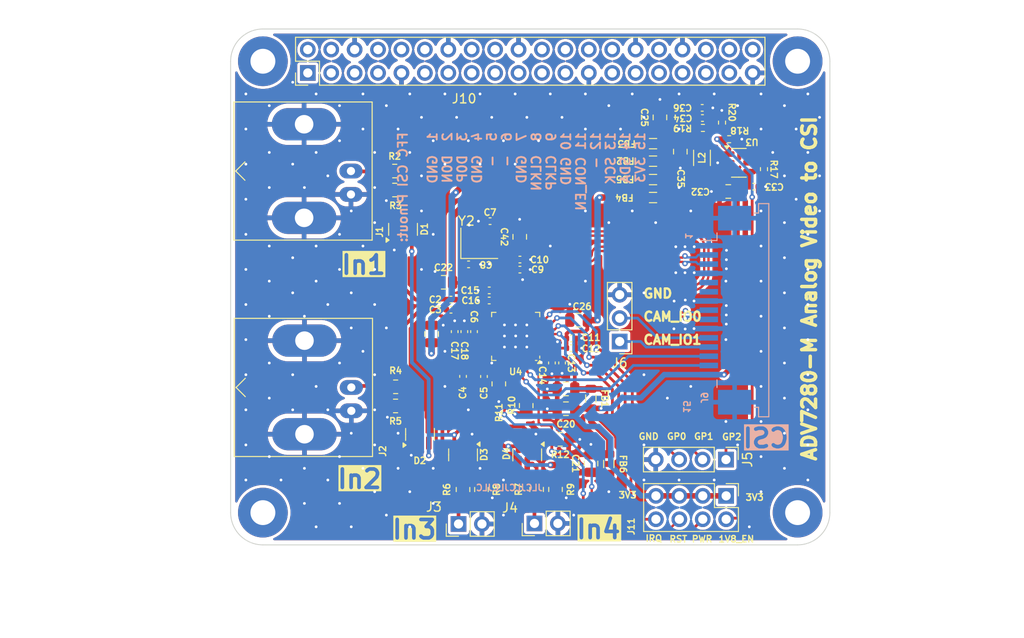
<source format=kicad_pcb>
(kicad_pcb (version 20240108) (generator "pcbnew") (generator_version "8.0")
  (layers (0 "F.Cu" signal) (1 "In1.Cu" signal) (2 "In2.Cu" signal) (31 "B.Cu" signal) (34 "B.Paste" user) (35 "F.Paste" user) (36 "B.SilkS" user "B.Silkscreen") (37 "F.SilkS" user "F.Silkscreen") (38 "B.Mask" user) (39 "F.Mask" user) (44 "Edge.Cuts" user))
  (net 0 "")
  (net 1 "/ADV7280_In_1")
  (net 2 "Net-(D1-COM)")
  (net 3 "/ADV7280_In_2")
  (net 4 "Net-(D2-COM)")
  (net 5 "Net-(D3-COM)")
  (net 6 "/ADV7280_In_3")
  (net 7 "/ADV7280_In_4")
  (net 8 "Net-(D4-COM)")
  (net 9 "GND")
  (net 10 "+1V8_DVDD")
  (net 11 "+3V3_ADV7280_DVDDIO")
  (net 12 "+1V8_PVDD")
  (net 13 "+1V8_AVDD")
  (net 14 "+3V3")
  (net 15 "+1V8")
  (net 16 "+1V8_MVDD")
  (net 17 "+3V3_IN_DIODES")
  (net 18 "Net-(J1-In)")
  (net 19 "Net-(J2-In)")
  (net 20 "/ADV7280_In_5")
  (net 21 "/ADV7280_~{RST}")
  (net 22 "/ADV7280_~{PWRDWN}")
  (net 23 "/ADV7280_In_6")
  (net 24 "/ADV7280_In_7")
  (net 25 "/ADV7280_In_8")
  (net 26 "/SCK")
  (net 27 "/CAM_IO0")
  (net 28 "/SDA")
  (net 29 "/1V8_EN")
  (net 30 "/ADV_CSI_D0P")
  (net 31 "/ADV_CSI_D0N")
  (net 32 "/ADV_CSI_CLKN")
  (net 33 "/ADV_CSI_CLKP")
  (net 34 "Net-(U4-ALSB)")
  (net 35 "/ADV_GP1")
  (net 36 "/~{ADV_IRQ}")
  (net 37 "/ADV_GP2")
  (net 38 "/ADV_GP0")
  (net 39 "Net-(J4-Pin_1)")
  (net 40 "Net-(J3-Pin_1)")
  (net 73 "/CAM_IO1")
  (net 76 "Net-(U3-PG)")
  (net 77 "Net-(U3-LX)")
  (net 78 "Net-(U3-FB)")
  (net 79 "Net-(U4-XTALN)")
  (net 80 "Net-(U4-XTALP)")
  (net 81 "Net-(U4-VREFN)")
  (net 82 "Net-(U4-VREFP)")
  (footprint "Capacitor_SMD:C_0402_1005Metric" (layer "F.Cu") (at 78.14 55.86)
    (property "Reference" "C7")
    (property "Value" "12p")
  )
  (footprint "Package_TO_SOT_SMD:SOT-23" (layer "F.Cu") (at 68.7 56.75 90)
    (property "Reference" "D1")
    (property "Value" "BAT54S")
  )
  (footprint "Capacitor_SMD:C_0402_1005Metric" (layer "F.Cu") (at 73.9014 65.4754)
    (property "Reference" "C3")
    (property "Value" "100n")
  )
  (footprint "Capacitor_SMD:C_0805_2012Metric" (layer "F.Cu") (at 73.12 62.495 180)
    (property "Reference" "C22")
    (property "Value" "1µ")
  )
  (footprint "Capacitor_SMD:C_0805_2012Metric" (layer "F.Cu") (at 103.977579 52.638232 180)
    (property "Reference" "C32")
    (property "Value" "22µ")
  )
  (footprint "Resistor_SMD:R_0805_2012Metric" (layer "F.Cu") (at 82.06 75.88 90)
    (property "Reference" "R10")
    (property "Value" "10K")
  )
  (footprint "Resistor_SMD:R_0805_2012Metric" (layer "F.Cu") (at 79.09 73.5225 90)
    (property "Reference" "R11")
    (property "Value" "10K")
  )
  (footprint "Inductor_SMD:L_1206_3216Metric_Pad1.22x1.90mm_HandSolder" (layer "F.Cu") (at 101.127579 48.988232 90)
    (property "Reference" "L2")
    (property "Value" "2µ2")
  )
  (footprint "Capacitor_SMD:C_0402_1005Metric" (layer "F.Cu") (at 75.21 72.71 90)
    (property "Reference" "C4")
    (property "Value" "100n")
  )
  (footprint "Inductor_SMD:L_0805_2012Metric" (layer "F.Cu") (at 89.07 75.12 90)
    (property "Reference" "FB1")
    (property "Value" "FerriteBead")
  )
  (footprint "Resistor_SMD:R_0805_2012Metric" (layer "F.Cu") (at 67.8 52.48 180)
    (property "Reference" "R3")
    (property "Value" "51R")
  )
  (footprint "Connector_PinHeader_2.54mm:PinHeader_1x04_P2.54mm_Vertical" (layer "F.Cu") (at 103.73 81.74 -90)
    (property "Reference" "J5")
    (property "Value" "Conn_01x04")
  )
  (footprint "MountingHole:MountingHole_2.7mm_Pad" (layer "F.Cu") (at 53.5 38.5)
    (property "Reference" "H1" (hide yes))
    (property "Value" "MountingHole" (hide yes))
  )
  (footprint "Capacitor_SMD:C_0805_2012Metric" (layer "F.Cu") (at 87.74 66.61 180)
    (property "Reference" "C26")
    (property "Value" "1µ")
  )
  (footprint "Capacitor_SMD:C_0402_1005Metric" (layer "F.Cu") (at 77.48 72.72 90)
    (property "Reference" "C5")
    (property "Value" "100n")
  )
  (footprint "Package_CSP:LFCSP-32-1EP_5x5mm_P0.5mm_EP3.6x3.6mm" (layer "F.Cu") (at 80.92 68.37 180)
    (property "Reference" "U4")
    (property "Value" "ADV28x-M")
  )
  (footprint "Inductor_SMD:L_0805_2012Metric" (layer "F.Cu") (at 95.817579 47.445732 180)
    (property "Reference" "FB3")
    (property "Value" "FerriteBead")
  )
  (footprint "Capacitor_SMD:C_0402_1005Metric" (layer "F.Cu") (at 75.81 60.55 180)
    (property "Reference" "C8")
    (property "Value" "12p")
  )
  (footprint "Capacitor_SMD:C_0402_1005Metric" (layer "F.Cu") (at 101.152579 43.563232)
    (property "Reference" "C36")
    (property "Value" "100n")
  )
  (footprint "Capacitor_SMD:C_0402_1005Metric" (layer "F.Cu") (at 84.8514 71.2504 -90)
    (property "Reference" "C14")
    (property "Value" "10n")
  )
  (footprint "Capacitor_SMD:C_0402_1005Metric" (layer "F.Cu") (at 78.0514 63.3754 180)
    (property "Reference" "C15")
    (property "Value" "100n")
  )
  (footprint "Capacitor_SMD:C_0805_2012Metric" (layer "F.Cu") (at 81.36 57.56 90)
    (property "Reference" "C42")
    (property "Value" "1µ")
  )
  (footprint "Capacitor_SMD:C_0402_1005Metric" (layer "F.Cu") (at 76.4014 67.8504 -90)
    (property "Reference" "C6")
    (property "Value" "100n")
  )
  (footprint "Resistor_SMD:R_0402_1005Metric_Pad0.72x0.64mm_HandSolder" (layer "F.Cu") (at 107.852579 50.213232 90)
    (property "Reference" "R17")
    (property "Value" "100K")
  )
  (footprint "Capacitor_SMD:C_0402_1005Metric" (layer "F.Cu") (at 81.38 61.12)
    (property "Reference" "C9")
    (property "Value" "100n")
  )
  (footprint "Connector_PinHeader_2.54mm:PinHeader_1x03_P2.54mm_Vertical" (layer "F.Cu") (at 92.2 68.925 180)
    (property "Reference" "J6")
    (property "Value" "CAM_IO")
  )
  (footprint "Capacitor_SMD:C_0402_1005Metric" (layer "F.Cu") (at 73.9014 64.3754)
    (property "Reference" "C2")
    (property "Value" "100n")
  )
  (footprint "Resistor_SMD:R_0805_2012Metric" (layer "F.Cu") (at 75.206523 84.992027 -90)
    (property "Reference" "R6")
    (property "Value" "24R")
  )
  (footprint "Capacitor_SMD:C_0402_1005Metric" (layer "F.Cu") (at 81.38 60.03)
    (property "Reference" "C10")
    (property "Value" "10n")
  )
  (footprint "Inductor_SMD:L_0805_2012Metric" (layer "F.Cu") (at 95.817579 53.295732 180)
    (property "Reference" "FB4")
    (property "Value" "FerriteBead")
  )
  (footprint "Capacitor_SMD:C_0402_1005Metric" (layer "F.Cu") (at 74.3014 67.8504 90)
    (property "Reference" "C17")
    (property "Value" "100n")
  )
  (footprint "MountingHole:MountingHole_2.7mm_Pad" (layer "F.Cu") (at 111.5 87.5)
    (property "Reference" "H2" (hide yes))
    (property "Value" "MountingHole" (hide yes))
  )
  (footprint "Capacitor_SMD:C_0805_2012Metric" (layer "F.Cu") (at 71.8 68.11 90)
    (property "Reference" "C24" (hide yes))
    (property "Value" "1µ")
  )
  (footprint "Connector_Coaxial:BNC_Amphenol_B6252HB-NPP3G-50_Horizontal" (layer "F.Cu") (at 63.05 50.42 90)
    (property "Reference" "J1")
    (property "Value" "In_1")
  )
  (footprint "Connector_PinHeader_2.54mm:PinHeader_1x02_P2.54mm_Vertical" (layer "F.Cu") (at 82.956523 88.672027 90)
    (property "Reference" "J4")
    (property "Value" "In_4")
  )
  (footprint "Inductor_SMD:L_0805_2012Metric" (layer "F.Cu") (at 95.817579 49.345732 180)
    (property "Reference" "FB2")
    (property "Value" "FerriteBead")
  )
  (footprint "Capacitor_SMD:C_0805_2012Metric" (layer "F.Cu") (at 86.3764 74.0754 180)
    (property "Reference" "C19" (hide yes))
    (property "Value" "1µ")
  )
  (footprint "Package_TO_SOT_SMD:SOT-23" (layer "F.Cu") (at 75.21 81.23 -90)
    (property "Reference" "D3")
    (property "Value" "BAT54S")
  )
  (footprint "Resistor_SMD:R_0402_1005Metric_Pad0.72x0.64mm_HandSolder" (layer "F.Cu") (at 104.073979 46.963232)
    (property "Reference" "R18")
    (property "Value" "100K")
  )
  (footprint "Capacitor_SMD:C_0805_2012Metric" (layer "F.Cu") (at 86.37 76.22 180)
    (property "Reference" "C20")
    (property "Value" "1µ")
  )
  (footprint "Resistor_SMD:R_0402_1005Metric_Pad0.72x0.64mm_HandSolder" (layer "F.Cu") (at 103.302579 45.163232 90)
    (property "Reference" "R20")
    (property "Value" "100K")
  )
  (footprint "Resistor_SMD:R_0805_2012Metric" (layer "F.Cu") (at 67.9 73.84 180)
    (property "Reference" "R4")
    (property "Value" "24R")
  )
  (footprint "Resistor_SMD:R_0805_2012Metric" (layer "F.Cu") (at 67.89 75.92 180)
    (property "Reference" "R5")
    (property "Value" "51R")
  )
  (footprint "Resistor_SMD:R_0805_2012Metric" (layer "F.Cu") (at 85.7514 79.5504 180)
    (property "Reference" "R12")
    (property "Value" "10K")
  )
  (footprint "Resistor_SMD:R_0805_2012Metric" (layer "F.Cu") (at 85.24 84.9825 -90)
    (property "Reference" "R9")
    (property "Value" "51R")
  )
  (footprint "Connector_PinHeader_2.54mm:PinHeader_2x04_P2.54mm_Vertical" (layer "F.Cu") (at 103.75 85.68 -90)
    (property "Reference" "J11")
    (property "Value" "digital IO")
  )
  (footprint "Resistor_SMD:R_0402_1005Metric_Pad0.72x0.64mm_HandSolder" (layer "F.Cu") (at 101.227579 45.738232)
    (property "Reference" "R19")
    (property "Value" "200K")
  )
  (footprint "Crystal:Crystal_SMD_3225-4Pin_3.2x2.5mm" (layer "F.Cu") (at 76.97 58.26)
    (property "Reference" "Y2")
    (property "Value" "28,63636MHz")
  )
  (footprint "Inductor_SMD:L_0805_2012Metric" (layer "F.Cu") (at 91.02 82.22 -90)
    (property "Reference" "FB6")
    (property "Value" "FerriteBead")
  )
  (footprint "Resistor_SMD:R_0805_2012Metric" (layer "F.Cu") (at 77.206523 84.992027 -90)
    (property "Reference" "R8")
    (property "Value" "51R")
  )
  (footprint "Capacitor_SMD:C_0402_1005Metric" (layer "F.Cu") (at 106.747579 52.113232)
    (property "Reference" "C33")
    (property "Value" "100n")
  )
  (footprint "MountingHole:MountingHole_2.7mm_Pad" (layer "F.Cu") (at 53.5 87.5)
    (property "Reference" "H3" (hide yes))
    (property "Value" "MountingHole" (hide yes))
  )
  (footprint "Connector_PinHeader_2.54mm:PinHeader_2x20_P2.54mm_Vertical" (layer "F.Cu") (at 82.5 38.5 90)
    (property "Reference" "J10")
    (property "Value" "Raspberry_Pi_2_3")
  )
  (footprint "Capacitor_SMD:C_0402_1005Metric" (layer "F.Cu") (at 78.0464 64.4754 180)
    (property "Reference" "C16")
    (property "Value" "10n")
  )
  (footprint "MountingHole:MountingHole_2.7mm_Pad" (layer "F.Cu") (at 111.5 38.5)
    (property "Reference" "H4" (hide yes))
    (property "Value" "MountingHole" (hide yes))
  )
  (footprint "Package_TO_SOT_SMD:SOT-23" (layer "F.Cu") (at 70.5418 79.01 90)
    (property "Reference" "D2")
    (property "Value" "BAT54S")
  )
  (footprint "Capacitor_SMD:C_0805_2012Metric" (layer "F.Cu") (at 98.777579 48.313232 -90)
    (property "Reference" "C35")
    (property "Value" "22µ")
  )
  (footprint "Capacitor_SMD:C_0402_1005Metric" (layer "F.Cu") (at 85.9514 71.2504 -90)
    (property "Reference" "C13")
    (property "Value" "100n")
  )
  (footprint "Capacitor_SMD:C_0402_1005Metric" (layer "F.Cu") (at 75.3514 67.8504 90)
    (property "Reference" "C18")
    (property "Value" "10n")
  )
  (footprint "Capacitor_SMD:C_0805_2012Metric" (layer "F.Cu") (at 96.567579 44.595732 90)
    (property "Reference" "C25")
    (property "Value" "1µ")
  )
  (footprint "Connector_Coaxial:BNC_Amphenol_B6252HB-NPP3G-50_Horizontal" (layer "F.Cu") (at 63.09 73.91 90)
    (property "Reference" "J2")
    (property "Value" "In_2")
  )
  (footprint "Connector_PinHeader_2.54mm:PinHeader_1x02_P2.54mm_Vertical" (layer "F.Cu") (at 74.72 88.73 90)
    (property "Reference" "J3")
    (property "Value" "In_3")
  )
  (footprint "Package_TO_SOT_SMD:TSOT-23-6" (layer "F.Cu") (at 105.127579 49.525732)
    (property "Reference" "U3")
    (property "Value" "AP3445")
  )
  (footprint "Package_TO_SOT_SMD:SOT-23" (layer "F.Cu") (at 82.17 81.2325 -90)
    (property "Reference" "D4")
    (property "Value" "BAT54S")
  )
  (footprint "Capacitor_SMD:C_0402_1005Metric" (layer "F.Cu") (at 86.92 68.595)
    (property "Reference" "C11")
    (property "Value" "100n")
  )
  (footprint "Resistor_SMD:R_0805_2012Metric" (layer "F.Cu") (at 67.8 50.42 180)
    (property "Reference" "R2")
    (property "Value" "24R")
  )
  (footprint "Capacitor_SMD:C_0402_1005Metric" (layer "F.Cu") (at 101.177579 44.663232)
    (property "Reference" "C34")
    (property "Value" "22p")
  )
  (footprint "Capacitor_SMD:C_0805_2012Metric" (layer "F.Cu") (at 89.09 82.17 90)
    (property "Reference" "C21")
    (property "Value" "1µ")
  )
  (footprint "Inductor_SMD:L_0805_2012Metric" (layer "F.Cu") (at 95.817579 51.345732 180)
    (property "Reference" "FB5")
    (property "Value" "FerriteBead")
  )
  (footprint "Capacitor_SMD:C_0402_1005Metric" (layer "F.Cu") (at 86.92 69.645)
    (property "Reference" "C12")
    (property "Value" "10n")
  )
  (footprint "Resistor_SMD:R_0805_2012Metric" (layer "F.Cu") (at 83.19 84.9825 -90)
    (property "Reference" "R7")
    (property "Value" "24R")
  )
  (footprint "Connector_FFC-FPC:TE_1-84953-5_1x15-1MP_P1.0mm_Horizontal" (layer "B.Cu") (at 103.665 65.525 -90)
    (property "Reference" "J9")
    (property "Value" "Conn_01x15_MountingPin")
  )
  (gr_line (start 53.5 35) (end 111.5 35) (stroke (width 0.1)) (layer "Edge.Cuts"))
  (gr_arc (start 50 38.5) (mid 51.025126 36.025126) (end 53.5 35) (stroke (width 0.1)) (layer "Edge.Cuts"))
  (gr_line (start 115 38.5) (end 115 87.5) (stroke (width 0.1)) (layer "Edge.Cuts"))
  (gr_arc (start 53.5 91) (mid 51.025126 89.974874) (end 50 87.5) (stroke (width 0.1)) (layer "Edge.Cuts"))
  (gr_line (start 111.5 91) (end 53.5 91) (stroke (width 0.1)) (layer "Edge.Cuts"))
  (gr_line (start 50 87.5) (end 50 38.5) (stroke (width 0.1)) (layer "Edge.Cuts"))
  (gr_arc (start 111.5 35) (mid 113.974874 36.025126) (end 115 38.5) (stroke (width 0.1)) (layer "Edge.Cuts"))
  (gr_arc (start 115 87.5) (mid 113.974874 89.974874) (end 111.5 91) (stroke (width 0.1)) (layer "Edge.Cuts"))
  (gr_text "JLCJLCJLCJLC" (at 83.925 85.209564 0) (layer "B.SilkS") (effects (font (size 0.7 0.7) (thickness 0.15) (bold yes)) (justify left bottom mirror)))
  (gr_text "FFC CSI Pinout:\n\n1  GND\n2  D0N\n3  D0P\n4  GND\n5  -\n6  -\n7  GND\n8  CLKN\n9  CLKP\n10 GND\n11 CON_EN\n12 - \n13 SCK\n14 SDA\n15 3V3" (at 95.025 46.1 90) (layer "B.SilkS") (effects (font (size 1 1) (thickness 0.2) (bold yes)) (justify left bottom mirror)))
  (gr_text "CSI" (at 110.75 80.6 0) (layer "B.SilkS" knockout) (effects (font (size 2 2) (thickness 0.4) (bold yes)) (justify left bottom mirror)))
  (gr_text "1" (at 99.275 57.895 -90) (layer "B.SilkS") (effects (font (size 0.7 0.7) (thickness 0.15) (bold yes)) (justify left bottom mirror)))
  (gr_text "15" (at 99.05 76.76 -90) (layer "B.SilkS") (effects (font (size 0.7 0.7) (thickness 0.15) (bold yes)) (justify left bottom mirror)))
  (gr_text "RST" (at 97.51 90.78 0) (layer "F.SilkS") (effects (font (size 0.7 0.7) (thickness 0.15) (bold yes)) (justify left bottom)))
  (gr_text "CAM_IO0" (at 94.65 66.8125 0) (layer "F.SilkS") (effects (font (size 1 1) (thickness 0.25) (bold yes)) (justify left bottom)))
  (gr_text "1V8_EN" (at 102.84 90.78 0) (layer "F.SilkS") (effects (font (size 0.7 0.7) (thickness 0.15) (bold yes)) (justify left bottom)))
  (gr_text "CAM_IO1" (at 94.65 69.325 0) (layer "F.SilkS") (effects (font (size 1 1) (thickness 0.25) (bold yes)) (justify left bottom)))
  (gr_text "3V3" (at 92 86 0) (layer "F.SilkS") (effects (font (size 0.7 0.7) (thickness 0.15) (bold yes)) (justify left bottom)))
  (gr_text "GP0" (at 97.25 79.64 0) (layer "F.SilkS") (effects (font (size 0.7 0.7) (thickness 0.15) (bold yes)) (justify left bottom)))
  (gr_text "GND" (at 94.18 79.64 0) (layer "F.SilkS") (effects (font (size 0.7 0.7) (thickness 0.15) (bold yes)) (justify left bottom)))
  (gr_text "PWR" (at 99.94 90.77 0) (layer "F.SilkS") (effects (font (size 0.7 0.7) (thickness 0.15) (bold yes)) (justify left bottom)))
  (gr_text "3V3" (at 105.775 86.25 0) (layer "F.SilkS") (effects (font (size 0.7 0.7) (thickness 0.15) (bold yes)) (justify left bottom)))
  (gr_text "GND" (at 94.65 64.3 0) (layer "F.SilkS") (effects (font (size 1 1) (thickness 0.25) (bold yes)) (justify left bottom)))
  (gr_text "In4" (at 87.306523 90.472027 0) (layer "F.SilkS" knockout) (effects (font (size 2 2) (thickness 0.4) (bold yes)) (justify left bottom)))
  (gr_text "In1" (at 61.817579 61.775732 0) (layer "F.SilkS" knockout) (effects (font (size 2 2) (thickness 0.4) (bold yes)) (justify left bottom)))
  (gr_text "In2" (at 61.377579 85.025732 0) (layer "F.SilkS" knockout) (effects (font (size 2 2) (thickness 0.4) (bold yes)) (justify left bottom)))
  (gr_text "ADV7280-M Analog Video to CSI" (at 113.647579 82.055356 90) (layer "F.SilkS") (effects (font (size 1.5 1.5) (thickness 0.375) (bold yes)) (justify left bottom)))
  (gr_text "GP1" (at 100.19 79.64 0) (layer "F.SilkS") (effects (font (size 0.7 0.7) (thickness 0.15) (bold yes)) (justify left bottom)))
  (gr_text "In3" (at 67.327579 90.505732 0) (layer "F.SilkS" knockout) (effects (font (size 2 2) (thickness 0.4) (bold yes)) (justify left bottom)))
  (gr_text "IRQ" (at 94.92 90.71 0) (layer "F.SilkS") (effects (font (size 0.7 0.7) (thickness 0.15) (bold yes)) (justify left bottom)))
  (gr_text "GP2" (at 103.23 79.68 0) (layer "F.SilkS") (effects (font (size 0.7 0.7) (thickness 0.15) (bold yes)) (justify left bottom)))
  (segment (start 77.07 65.82) (end 77.87 66.62) (width 0.25) (layer "F.Cu") (net 1))
  (segment (start 74.3814 64.3754) (end 75.3254 64.3754) (width 0.25) (layer "F.Cu") (net 1))
  (segment (start 75.3254 64.3754) (end 76.77 65.82) (width 0.25) (layer "F.Cu") (net 1))
  (segment (start 77.87 66.62) (end 78.4825 66.62) (width 0.25) (layer "F.Cu") (net 1))
  (segment (start 76.77 65.82) (end 77.07 65.82) (width 0.25) (layer "F.Cu") (net 1))
  (segment (start 68.7 63.01) (end 70.0654 64.3754) (width 0.4) (layer "F.Cu") (net 2))
  (segment (start 70.0654 64.3754) (end 73.4214 64.3754) (width 0.4) (layer "F.Cu") (net 2))
  (segment (start 68.7125 52.48) (end 68.7125 55.8) (width 0.4) (layer "F.Cu") (net 2))
  (segment (start 68.7125 50.42) (end 68.7125 52.48) (width 0.4) (layer "F.Cu") (net 2))
  (segment (start 68.7125 55.8) (end 68.7 55.8125) (width 0.4) (layer "F.Cu") (net 2))
  (segment (start 68.7 55.8125) (end 68.7 63.01) (width 0.4) (layer "F.Cu") (net 2))
  (segment (start 74.3814 65.4754) (end 75.1754 65.4754) (width 0.25) (layer "F.Cu") (net 3))
  (segment (start 76.17 66.47) (end 76.97 66.47) (width 0.25) (layer "F.Cu") (net 3))
  (segment (start 77.62 67.12) (end 78.4825 67.12) (width 0.25) (layer "F.Cu") (net 3))
  (segment (start 75.1754 65.4754) (end 76.17 66.47) (width 0.25) (layer "F.Cu") (net 3))
  (segment (start 76.97 66.47) (end 77.62 67.12) (width 0.25) (layer "F.Cu") (net 3))
  (segment (start 68.8025 73.85) (end 68.8025 75.92) (width 0.4) (layer "F.Cu") (net 4))
  (segment (start 68.8125 73.84) (end 68.8025 73.85) (width 0.4) (layer "F.Cu") (net 4))
  (segment (start 68.8025 75.92) (end 69.79 75.92) (width 0.4) (layer "F.Cu") (net 4))
  (segment (start 68.8125 73.84) (end 68.8125 67.2375) (width 0.4) (layer "F.Cu") (net 4))
  (segment (start 68.8125 67.2375) (end 70.5746 65.4754) (width 0.4) (layer "F.Cu") (net 4))
  (segment (start 70.5746 65.4754) (end 73.4214 65.4754) (width 0.4) (layer "F.Cu") (net 4))
  (segment (start 69.79 75.92) (end 70.5418 76.6718) (width 0.4) (layer "F.Cu") (net 4))
  (segment (start 70.5418 76.6718) (end 70.5418 78.0725) (width 0.4) (layer "F.Cu") (net 4))
  (segment (start 75.206523 84.079527) (end 75.206523 82.170977) (width 0.4) (layer "F.Cu") (net 5))
  (segment (start 77.206523 84.079527) (end 75.206523 84.079527) (width 0.4) (layer "F.Cu") (net 5))
  (segment (start 75.21 74.47) (end 75.21 73.19) (width 0.4) (layer "F.Cu") (net 5))
  (segment (start 75.203046 82.1675) (end 73.6575 82.1675) (width 0.4) (layer "F.Cu") (net 5))
  (segment (start 72.97 76.71) (end 75.21 74.47) (width 0.4) (layer "F.Cu") (net 5))
  (segment (start 72.97 81.48) (end 72.97 76.71) (width 0.4) (layer "F.Cu") (net 5))
  (segment (start 73.6575 82.1675) (end 72.97 81.48) (width 0.4) (layer "F.Cu") (net 5))
  (segment (start 75.206523 82.170977) (end 75.21 82.1675) (width 0.4) (layer "F.Cu") (net 5))
  (segment (start 75.206523 84.079527) (end 75.206523 82.164023) (width 0.4) (layer "F.Cu") (net 5))
  (segment (start 75.206523 82.164023) (end 75.203046 82.1675) (width 0.4) (layer "F.Cu") (net 5))
  (segment (start 78.4825 69.12) (end 77.68 69.12) (width 0.25) (layer "F.Cu") (net 6))
  (segment (start 77.68 69.12) (end 75.21 71.59) (width 0.25) (layer "F.Cu") (net 6))
  (segment (start 75.21 71.59) (end 75.21 72.23) (width 0.25) (layer "F.Cu") (net 6))
  (segment (start 77.99526 69.62) (end 78.4825 69.62) (width 0.25) (layer "F.Cu") (net 7))
  (segment (start 77.48 72.24) (end 77.48 70.13526) (width 0.25) (layer "F.Cu") (net 7))
  (segment (start 77.48 70.13526) (end 77.99526 69.62) (width 0.25) (layer "F.Cu") (net 7))
  (segment (start 79.48 78.14) (end 77.48 76.14) (width 0.4) (layer "F.Cu") (net 8))
  (segment (start 83.19 82.62) (end 82.74 82.17) (width 0.4) (layer "F.Cu") (net 8))
  (segment (start 77.48 76.14) (end 77.48 73.2) (width 0.4) (layer "F.Cu") (net 8))
  (segment (start 83.19 84.07) (end 83.19 82.62) (width 0.4) (layer "F.Cu") (net 8))
  (segment (start 82.74 82.17) (end 82.17 82.17) (width 0.4) (layer "F.Cu") (net 8))
  (segment (start 82.17 82.17) (end 82.17 78.63) (width 0.4) (layer "F.Cu") (net 8))
  (segment (start 81.68 78.14) (end 79.48 78.14) (width 0.4) (layer "F.Cu") (net 8))
  (segment (start 82.17 78.63) (end 81.68 78.14) (width 0.4) (layer "F.Cu") (net 8))
  (segment (start 85.24 84.07) (end 83.19 84.07) (width 0.4) (layer "F.Cu") (net 8))
  (segment (start 85.4264 74.0754) (end 84.3514 74.0754) (width 0.7) (layer "F.Cu") (net 9))
  (segment (start 105.445579 46.956232) (end 104.678479 46.956232) (width 0.6) (layer "F.Cu") (net 9))
  (segment (start 82.48 61.12) (end 81.86 61.12) (width 0.6) (layer "F.Cu") (net 9))
  (segment (start 83.11 78.9725) (end 83.11 80.285) (width 0.4) (layer "F.Cu") (net 9))
  (segment (start 103.277579 43.838232) (end 103.277579 44.540732) (width 0.6) (layer "F.Cu") (net 9))
  (segment (start 79.09 74.435) (end 79.09 75.4475) (width 0.7) (layer "F.Cu") (net 9))
  (segment (start 84.36 76.22) (end 84.35 76.23) (width 0.7) (layer "F.Cu") (net 9))
  (segment (start 101.632579 43.563232) (end 102.302579 43.563232) (width 0.6) (layer "F.Cu") (net 9))
  (segment (start 77.206523 85.904527) (end 78.373423 85.904527) (width 0.7) (layer "F.Cu") (net 9))
  (segment (start 88.045 68.595) (end 87.4 68.595) (width 0.6) (layer "F.Cu") (net 9))
  (segment (start 77.5664 64.4754) (end 76.8514 64.4754) (width 0.6) (layer "F.Cu") (net 9))
  (segment (start 84.8514 71.7304) (end 84.8514 72.4254) (width 0.6) (layer "F.Cu") (net 9))
  (segment (start 86.3991 85.895) (end 86.4018 85.8923) (width 0.7) (layer "F.Cu") (net 9))
  (segment (start 71.8 67.16) (end 73.05 67.16) (width 0.7) (layer "F.Cu") (net 9))
  (segment (start 86.6639 79.5504) (end 87.8764 79.5504) (width 0.7) (layer "F.Cu") (net 9))
  (segment (start 98.777579 49.263232) (end 98.777579 50.088232) (width 0.7) (layer "F.Cu") (net 9))
  (segment (start 108.027579 52.113232) (end 107.227579 52.113232) (width 0.6) (layer "F.Cu") (net 9))
  (segment (start 82.49 61.11) (end 82.48 61.12) (width 0.6) (layer "F.Cu") (net 9))
  (segment (start 72.17 62.495) (end 72.17 61.32) (width 0.7) (layer "F.Cu") (net 9))
  (segment (start 89.08 80.09) (end 89.09 80.1) (width 0.7) (layer "F.Cu") (net 9))
  (segment (start 76.19 78.98) (end 76.16 79.01) (width 0.4) (layer "F.Cu") (net 9))
  (segment (start 89.09 80.1) (end 89.09 81.22) (width 0.7) (layer "F.Cu") (net 9))
  (segment (start 78.373423 85.904527) (end 78.382323 85.895627) (width 0.7) (layer "F.Cu") (net 9))
  (segment (start 83.3575 68.62) (end 85.12 68.62) (width 0.25) (layer "F.Cu") (net 9))
  (segment (start 103.990079 49.525732) (end 102.827579 49.525732) (width 0.6) (layer "F.Cu") (net 9))
  (segment (start 75.3514 67.3704) (end 75.3514 66.6754) (width 0.6) (layer "F.Cu") (net 9))
  (segment (start 69.5918 81.27) (end 69.5918 79.9475) (width 0.4) (layer "F.Cu") (net 9))
  (segment (start 85.9514 72.3754) (end 85.9514 71.7304) (width 0.6) (layer "F.Cu") (net 9))
  (segment (start 77.5714 63.3754) (end 76.8514 63.3754) (width 0.6) (layer "F.Cu") (net 9))
  (segment (start 103.027579 52.638232) (end 102.152579 52.638232) (width 0.7) (layer "F.Cu") (net 9))
  (segment (start 73.05 67.16) (end 73.06 67.15) (width 0.7) (layer "F.Cu") (net 9))
  (segment (start 67.75 58.99) (end 67.75 57.6875) (width 0.4) (layer "F.Cu") (net 9))
  (segment (start 83.3575 70.8575) (end 83.3575 70.12) (width 0.25) (layer "F.Cu") (net 9))
  (segment (start 83.68 71.18) (end 83.3575 70.8575) (width 0.25) (layer "F.Cu") (net 9))
  (segment (start 82.53 60.03) (end 81.86 60.03) (width 0.6) (layer "F.Cu") (net 9))
  (segment (start 76.16 79.01) (end 76.16 80.2925) (width 0.4) (layer "F.Cu") (net 9))
  (segment (start 81.36 55.67) (end 81.35 55.66) (width 0.7) (layer "F.Cu") (net 9))
  (segment (start 78.07 59.11) (end 78.07 60.51) (width 0.6) (layer "F.Cu") (net 9))
  (segment (start 86.79 64.88) (end 86.79 66.61) (width 0.7) (layer "F.Cu") (net 9))
  (segment (start 88.07 69.645) (end 87.4 69.645) (width 0.6) (layer "F.Cu") (net 9))
  (segment (start 88.07 68.57) (end 88.045 68.595) (width 0.6) (layer "F.Cu") (net 9))
  (segment (start 82.421 68.62) (end 82.1264 68.3254) (width 0.25) (layer "F.Cu") (net 9))
  (segment (start 83.11 80.285) (end 83.12 80.295) (width 0.4) (layer "F.Cu") (net 9))
  (segment (start 85.42 76.22) (end 84.36 76.22) (width 0.7) (layer "F.Cu") (net 9))
  (segment (start 74.3014 67.3704) (end 74.3014 66.6754) (width 0.6) (layer "F.Cu") (net 9))
  (segment (start 96.567579 42.645732) (end 96.567579 43.645732) (width 0.7) (layer "F.Cu") (net 9))
  (segment (start 81.36 56.61) (end 81.36 55.67) (width 0.7) (layer "F.Cu") (net 9))
  (segment (start 66.9775 77.1175) (end 66.9775 75.92) (width 0.7) (layer "F.Cu") (net 9))
  (segment (start 104.678479 46.956232) (end 104.671479 46.963232) (width 0.6) (layer "F.Cu") (net 9))
  (segment (start 75.3514 67.3704) (end 74.3014 67.3704) (width 0.3) (layer "F.Cu") (net 9))
  (segment (start 85.24 85.895) (end 86.3991 85.895) (width 0.7) (layer "F.Cu") (net 9))
  (segment (start 66.8875 53.63) (end 66.8875 52.48) (width 0.7) (layer "F.Cu") (net 9))
  (segment (start 76.29 60.55) (end 77.1 60.55) (width 0.6) (layer "F.Cu") (net 9))
  (segment (start 77.66 55.86) (end 76.88 55.86) (width 0.6) (layer "F.Cu") (net 9))
  (segment (start 75.87 57.41) (end 75.87 56.29) (width 0.6) (layer "F.Cu") (net 9))
  (segment (start 103.277579 44.540732) (end 103.302579 44.565732) (width 0.6) (layer "F.Cu") (net 9))
  (segment (start 67 77.14) (end 66.9775 77.1175) (width 0.7) (layer "F.Cu") (net 9))
  (segment (start 85.12 68.62) (end 85.45 68.95) (width 0.25) (layer "F.Cu") (net 9))
  (via (at 81.35 55.66) (size 0.6) (drill 0.3) (layers "F.Cu" "B.Cu") (net 9))
  (via (at 63.082604 67.449362) (size 0.6) (drill 0.3) (layers "F.Cu" "B.Cu") (net 9))
  (via (at 102.452604 42.049362) (size 0.6) (drill 0.3) (layers "F.Cu" "B.Cu") (net 9))
  (via (at 51.652604 57.289362) (size 0.6) (drill 0.3) (layers "F.Cu" "B.Cu") (net 9))
  (via (at 100.285 58.635) (size 0.6) (drill 0.3) (layers "F.Cu" "B.Cu") (net 9))
  (via (at 98.285 61.455) (size 0.6) (drill 0.3) (layers "F.Cu" "B.Cu") (net 9))
  (via (at 110.072604 78.879362) (size 0.6) (drill 0.3) (layers "F.Cu" "B.Cu") (net 9))
  (via (at 78.322604 71.259362) (size 0.6) (drill 0.3) (layers "F.Cu" "B.Cu") (net 9))
  (via (at 68.162604 82.689362) (size 0.6) (drill 0.3) (layers "F.Cu" "B.Cu") (net 9))
  (via (at 69.432604 48.399362) (size 0.6) (drill 0.3) (layers "F.Cu" "B.Cu") (net 9))
  (via (at 98.642604 45.859362) (size 0.6) (drill 0.3) (layers "F.Cu" "B.Cu") (net 9))
  (via (at 82.53 60.03) (size 0.6) (drill 0.3) (layers "F.Cu" "B.Cu") (net 9))
  (via (at 103.765 66.045) (size 0.6) (drill 0.3) (layers "F.Cu" "B.Cu") (net 9))
  (via (at 61.812604 81.419362) (size 0.6) (drill 0.3) (layers "F.Cu" "B.Cu") (net 9))
  (via (at 102.452604 83.959362) (size 0.6) (drill 0.3) (layers "F.Cu" "B.Cu") (net 9))
  (via (at 51.652604 72.529362) (size 0.6) (drill 0.3) (layers "F.Cu" "B.Cu") (net 9))
  (via (at 98.642604 52.209362) (size 0.6) (drill 0.3) (layers "F.Cu" "B.Cu") (net 9))
  (via (at 112.612604 64.909362) (size 0.6) (drill 0.3) (layers "F.Cu" "B.Cu") (net 9))
  (via (at 76.19 78.98) (size 0.6) (drill 0.3) (layers "F.Cu" "B.Cu") (net 9))
  (via (at 60.542604 50.939362) (size 0.6) (drill 0.3) (layers "F.Cu" "B.Cu") (net 9))
  (via (at 104.992604 80.149362) (size 0.6) (drill 0.3) (layers "F.Cu" "B.Cu") (net 9))
  (via (at 84.3514 74.0754) (size 0.6) (drill 0.3) (layers "F.Cu" "B.Cu") (net 9))
  (via (at 112.612604 68.719362) (size 0.6) (drill 0.3) (layers "F.Cu" "B.Cu") (net 9))
  (via (at 107.532604 69.989362) (size 0.6) (drill 0.3) (layers "F.Cu" "B.Cu") (net 9))
  (via (at 103.722604 62.369362) (size 0.6) (drill 0.3) (layers "F.Cu" "B.Cu") (net 9))
  (via (at 88.482604 42.049362) (size 0.6) (drill 0.3) (layers "F.Cu" "B.Cu") (net 9))
  (via (at 76.8514 64.4754) (size 0.6) (drill 0.3) (layers "F.Cu" "B.Cu") (net 9))
  (via (at 103.785 59.025) (size 0.6) (drill 0.3) (layers "F.Cu" "B.Cu") (net 9))
  (via (at 73.242604 69.989362) (size 0.6) (drill 0.3) (layers "F.Cu" "B.Cu") (net 9))
  (via (at 80.862604 49.669362) (size 0.6) (drill 0.3) (layers "F.Cu" "B.Cu") (net 9))
  (via (at 113.882604 44.589362) (size 0.6) (drill 0.3) (layers "F.Cu" "B.Cu") (net 9))
  (via (at 84.672604 42.049362) (size 0.6) (drill 0.3) (layers "F.Cu" "B.Cu") (net 9))
  (via (at 59.272604 42.049362) (size 0.6) (drill 0.3) (layers "F.Cu" "B.Cu") (net 9))
  (via (at 85.942604 44.589362) (size 0.6) (drill 0.3) (layers "F.Cu" "B.Cu") (net 9))
  (via (at 65.622604 61.099362) (size 0.6) (drill 0.3) (layers "F.Cu" "B.Cu") (net 9))
  (via (at 51.652604 45.859362) (size 0.6) (drill 0.3) (layers "F.Cu" "B.Cu") (net 9))
  (via (at 59.272604 73.799362) (size 0.6) (drill 0.3) (layers "F.Cu" "B.Cu") (net 9))
  (via (at 100.265 67.525) (size 0.6) (drill 0.3) (layers "F.Cu" "B.Cu") (net 9))
  (via (at 63.082604 54.749362) (size 0.6) (drill 0.3) (layers "F.Cu" "B.Cu") (net 9))
  (via (at 78.07 60.51) (size 0.6) (drill 0.3) (layers "F.Cu" "B.Cu") (net 9))
  (via (at 96.567579 42.645732) (size 0.6) (drill 0.3) (layers "F.Cu" "B.Cu") (net 9))
  (via (at 65.622604 85.229362) (size 0.6) (drill 0.3) (layers "F.Cu" "B.Cu") (net 9))
  (via (at 73.242604 49.669362) (size 0.6) (drill 0.3) (layers "F.Cu" "B.Cu") (net 9))
  (via (at 96.102604 56.019362) (size 0.6) (drill 0.3) (layers "F.Cu" "B.Cu") (net 9))
  (via (at 88.07 69.645) (size 0.6) (drill 0.3) (layers "F.Cu" "B.Cu") (net 9))
  (via (at 51.652604 83.959362) (size 0.6) (drill 0.3) (layers "F.Cu" "B.Cu") (net 9))
  (via (at 79.592604 87.769362) (size 0.6) (drill 0.3) (layers "F.Cu" "B.Cu") (net 9))
  (via (at 54.192604 62.369362) (size 0.6) (drill 0.3) (layers "F.Cu" "B.Cu") (net 9))
  (via (at 77.052604 49.669362) (size 0.6) (drill 0.3) (layers "F.Cu" "B.Cu") (net 9))
  (via (at 51.652604 68.719362) (size 0.6) (drill 0.3) (layers "F.Cu" "B.Cu") (net 9))
  (via (at 113.882604 54.749362) (size 0.6) (drill 0.3) (layers "F.Cu" "B.Cu") (net 9))
  (via (at 54.192604 43.319362) (size 0.6) (drill 0.3) (layers "F.Cu" "B.Cu") (net 9))
  (via (at 59.272604 58.559362) (size 0.6) (drill 0.3) (layers "F.Cu" "B.Cu") (net 9))
  (via (at 86.4018 85.8923) (size 0.6) (drill 0.3) (layers "F.Cu" "B.Cu") (net 9))
  (via (at 77.052604 42.049362) (size 0.6) (drill 0.3) (layers "F.Cu" "B.Cu") (net 9))
  (via (at 61.812604 86.499362) (size 0.6) (drill 0.3) (layers "F.Cu" "B.Cu") (net 9))
  (via (at 76.88 55.86) (size 0.6) (drill 0.3) (layers "F.Cu" "B.Cu") (net 9))
  (via (at 112.612604 72.529362) (size 0.6) (drill 0.3) (layers "F.Cu" "B.Cu") (net 9))
  (via (at 99.912604 73.799362) (size 0.6) (drill 0.3) (layers "F.Cu" "B.Cu") (net 9))
  (via (at 59.272604 62.369362) (size 0.6) (drill 0.3) (layers "F.Cu" "B.Cu") (net 9))
  (via (at 103.277579 43.838232) (size 0.6) (drill 0.3) (layers "F.Cu" "B.Cu") (net 9))
  (via (at 79.592604 83.959362) (size 0.6) (drill 0.3) (layers "F.Cu" "B.Cu") (net 9))
  (via (at 79.7014 68.3254) (size 0.6) (drill 0.3) (layers "F.Cu" "B.Cu") (net 9))
  (via (at 85.45 68.95) (size 0.6) (drill 0.3) (layers "F.Cu" "B.Cu") (net 9))
  (via (at 103.775 61.025) (size 0.6) (drill 0.3) (layers "F.Cu" "B.Cu") (net 9))
  (via (at 68.162604 78.879362) (size 0.6) (drill 0.3) (layers "F.Cu" "B.Cu") (net 9))
  (via (at 88.482604 45.859362) (size 0.6) (drill 0.3) (layers "F.Cu" "B.Cu") (net 9))
  (via (at 64.352604 45.859362) (size 0.6) (drill 0.3) (layers "F.Cu" "B.Cu") (net 9))
  (via (at 112.612604 80.149362) (size 0.6) (drill 0.3) (layers "F.Cu" "B.Cu") (net 9))
  (via (at 82.1264 67.1254) (size 0.6) (drill 0.3) (layers "F.Cu" "B.Cu") (net 9))
  (via (at 58.002604 82.689362) (size 0.6) (drill 0.3) (layers "F.Cu" "B.Cu") (net 9))
  (via (at 87.8764 79.5504) (size 0.6) (drill 0.3) (layers "F.Cu" "B.Cu") (net 9))
  (via (at 83.68 71.18) (size 0.6) (drill 0.3) (layers "F.Cu" "B.Cu") (net 9))
  (via (at 61.812604 61.099362) (size 0.6) (drill 0.3) (layers "F.Cu" "B.Cu") (net 9))
  (via (at 56.732604 59.829362) (size 0.6) (drill 0.3) (layers "F.Cu" "B.Cu") (net 9))
  (via (at 100.265 64.525) (size 0.6) (drill 0.3) (layers "F.Cu" "B.Cu") (net 9))
  (via (at 71.972604 82.689362) (size 0.6) (drill 0.3) (layers "F.Cu" "B.Cu") (net 9))
  (via (at 108.802604 48.399362) (size 0.6) (drill 0.3) (layers "F.Cu" "B.Cu") (net 9))
  (via (at 103.765 65.025) (size 0.6) (drill 0.3) (layers "F.Cu" "B.Cu") (net 9))
  (via (at 71.972604 47.129362) (size 0.6) (drill 0.3) (layers "F.Cu" "B.Cu") (net 9))
  (via (at 54.192604 48.399362) (size 0.6) (drill 0.3) (layers "F.Cu" "B.Cu") (net 9))
  (via (at 69.432604 85.229362) (size 0.6) (drill 0.3) (layers "F.Cu" "B.Cu") (net 9))
  (via (at 107.532604 66.179362) (size 0.6) (drill 0.3) (layers "F.Cu" "B.Cu") (net 9))
  (via (at 94.832604 63.639362) (size 0.6) (drill 0.3) (layers "F.Cu" "B.Cu") (net 9))
  (via (at 64.352604 69.989362) (size 0.6) (drill 0.3) (layers "F.Cu" "B.Cu") (net 9))
  (via (at 56.732604 49.669362) (size 0.6) (drill 0.3) (layers "F.Cu" "B.Cu") (net 9))
  (via (at 107.532604 81.419362) (size 0.6) (drill 0.3) (layers "F.Cu" "B.Cu") (net 9))
  (via (at 80.92 68.32) (size 0.6) (drill 0.3) (layers "F.Cu" "B.Cu") (net 9))
  (via (at 65.622604 64.909362) (size 0.6) (drill 0.3) (layers "F.Cu" "B.Cu") (net 9))
  (via (at 99.315 64.425) (size 0.6) (drill 0.3) (layers "F.Cu" "B.Cu") (net 9))
  (via (at 94.832604 72.529362) (size 0.6) (drill 0.3) (layers "F.Cu" "B.Cu") (net 9))
  (via (at 60.542604 64.909362) (size 0.6) (drill 0.3) (layers "F.Cu" "B.Cu") (net 9))
  (via (at 63.082604 63.639362) (size 0.6) (drill 0.3) (layers "F.Cu" "B.Cu") (net 9))
  (via (at 51.652604 61.099362) (size 0.6) (drill 0.3) (layers "F.Cu" "B.Cu") (net 9))
  (via (at 80.9014 69.52) (size 0.6) (drill 0.3) (layers "F.Cu" "B.Cu") (net 9))
  (via (at 73.242604 73.799362) (size 0.6) (drill 0.3) (layers "F.Cu" "B.Cu") (net 9))
  (via (at 98.285 58.635) (size 0.6) (drill 0.3) (layers "F.Cu" "B.Cu") (net 9))
  (via (at 82.132604 44.589362) (size 0.6) (drill 0.3) (layers "F.Cu" "B.Cu") (net 9))
  (via (at 69.432604 89.039362) (size 0.6) (drill 0.3) (layers "F.Cu" "B.Cu") (net 9))
  (via (at 61.812604 47.129362) (size 0.6) (drill 0.3) (layers "F.Cu" "B.Cu") (net 9))
  (via (at 76.8514 63.3754) (size 0.6) (drill 0.3) (layers "F.Cu" "B.Cu") (net 9))
  (via (at 71.972604 57.289362) (size 0.6) (drill 0.3) (layers "F.Cu" "B.Cu") (net 9))
  (via (at 75.782604 47.129362) (size 0.6) (drill 0.3) (layers "F.Cu" "B.Cu") (net 9))
  (via (at 69.5918 81.27) (size 0.6) (drill 0.3) (layers "F.Cu" "B.Cu") (net 9))
  (via (at 77.052604 82.689362) (size 0.6) (drill 0.3) (layers "F.Cu" "B.Cu") (net 9))
  (via (at 100.285 61.455) (size 0.6) (drill 0.3) (layers "F.Cu" "B.Cu") (net 9))
  (via (at 98.642604 83.959362) (size 0.6) (drill 0.3) (layers "F.Cu" "B.Cu") (net 9))
  (via (at 67.75 58.99) (size 0.6) (drill 0.3) (layers "F.Cu" "B.Cu") (net 9))
  (via (at 66.892604 87.769362) (size 0.6) (drill 0.3) (layers "F.Cu" "B.Cu") (net 9))
  (via (at 110.072604 67.449362) (size 0.6) (drill 0.3) (layers "F.Cu" "B.Cu") (net 9))
  (via (at 82.1264 68.3254) (size 0.6) (drill 0.3) (layers "F.Cu" "B.Cu") (net 9))
  (via (at 65.622604 80.149362) (size 0.6) (drill 0.3) (layers "F.Cu" "B.Cu") (net 9))
  (via (at 102.302579 43.563232) (size 0.6) (drill 0.3) (layers "F.Cu" "B.Cu") (net 9))
  (via (at 56.732604 63.639362) (size 0.6) (drill 0.3) (layers "F.Cu" "B.Cu") (net 9))
  (via (at 65.622604 76.339362) (size 0.6) (drill 0.3) (layers "F.Cu" "B.Cu") (net 9))
  (via (at 110.072604 59.829362) (size 0.6) (drill 0.3) (layers "F.Cu" "B.Cu") (net 9))
  (via (at 75.3514 66.6754) (size 0.6) (drill 0.3) (layers "F.Cu" "B.Cu") (net 9))
  (via (at 51.652604 53.479362) (size 0.6) (drill 0.3) (layers "F.Cu" "B.Cu") (net 9))
  (via (at 79.7014 69.5254) (size 0.6) (drill 0.3) (layers "F.Cu" "B.Cu") (net 9))
  (via (at 99.285 58.635) (size 0.6) (drill 0.3) (layers "F.Cu" "B.Cu") (net 9))
  (via (at 64.352604 42.049362) (size 0.6) (drill 0.3) (layers "F.Cu" "B.Cu") (net 9))
  (via (at 107.532604 77.609362) (size 0.6) (drill 0.3) (layers "F.Cu" "B.Cu") (net 9))
  (via (at 107.532604 58.559362) (size 0.6) (drill 0.3) (layers "F.Cu" "B.Cu") (net 9))
  (via (at 112.612604 76.339362) (size 0.6) (drill 0.3) (layers "F.Cu" "B.Cu") (net 9))
  (via (at 80.9014 67.1254) (size 0.6) (drill 0.3) (layers "F.Cu" "B.Cu") (net 9))
  (via (at 84.35 76.23) (size 0.6) (drill 0.3) (layers "F.Cu" "B.Cu") (net 9))
  (via (at 71.972604 86.499362) (size 0.6) (drill 0.3) (layers "F.Cu" "B.Cu") (net 9))
  (via (at 65.622604 52.209362) (size 0.6) (drill 0.3) (layers "F.Cu" "B.Cu") (net 9))
  (via (at 60.542604 76.339362) (size 0.6) (drill 0.3) (layers "F.Cu" "B.Cu") (net 9))
  (via (at 99.305 67.565) (size 0.6) (drill 0.3) (layers "F.Cu" "B.Cu") (net 9))
  (via (at 70.702604 50.939362) (size 0.6) (drill 0.3) (layers "F.Cu" "B.Cu") (net 9))
  (via (at 51.652604 80.149362) (size 0.6) (drill 0.3) (layers "F.Cu" "B.Cu") (net 9))
  (via (at 94.832604 80.149362) (size 0.6) (drill 0.3) (layers "F.Cu" "B.Cu") (net 9))
  (via (at 104.992604 43.319362) (size 0.6) (drill 0.3) (layers "F.Cu" "B.Cu") (net 9))
  (via (at 56.732604 40.779362) (size 0.6) (drill 0.3) (layers "F.Cu" "B.Cu") (net 9))
  (via (at 51.652604 64.909362) (size 0.6) (drill 0.3) (layers "F.Cu" "B.Cu") (net 9))
  (via (at 110.072604 43.319362) (size 0.6) (drill 0.3) (layers "F.Cu" "B.Cu") (net 9))
  (via (at 103.722604 77.609362) (size 0.6) (drill 0.3) (layers "F.Cu" "B.Cu") (net 9))
  (via (at 99.285 61.455) (size 0.6) (drill 0.3) (layers "F.Cu" "B.Cu") (net 9))
  (via (at 73.242604 42.049362) (size 0.6) (drill 0.3) (layers "F.Cu" "B.Cu") (net 9))
  (via (at 107.532604 85.229362) (size 0.6) (drill 0.3) (layers "F.Cu" "B.Cu") (net 9))
  (via (at 110.072604 71.259362) (size 0.6) (drill 0.3) (layers "F.Cu" "B.Cu") (net 9))
  (via (at 84.8514 72.4254) (size 0.6) (drill 0.3) (layers "F.Cu" "B.Cu") (net 9))
  (via (at 51.652604 42.049362) (size 0.6) (drill 0.3) (layers "F.Cu" "B.Cu") (net 9))
  (via (at 74.3014 66.6754) (size 0.6) (drill 0.3) (layers "F.Cu" "B.Cu") (net 9))
  (via (at 94.832604 44.589362) (size 0.6) (drill 0.3) (layers "F.Cu" "B.Cu") (net 9))
  (via (at 67 77.14) (size 0.6) (drill 0.3) (layers "F.Cu" "B.Cu") (net 9))
  (via (at 98.642604 42.049362) (size 0.6) (drill 0.3) (layers "F.Cu" "B.Cu") (net 9))
  (via (at 102.152579 52.638232) (size 0.6) (drill 0.3) (layers "F.Cu" "B.Cu") (net 9))
  (via (at 97.372604 75.069362) (size 0.6) (drill 0.3) (layers "F.Cu" "B.Cu") (net 9))
  (via (at 73.06 67.15) (size 0.6) (drill 0.3) (layers "F.Cu" "B.Cu") (net 9))
  (via (at 56.732604 72.529362) (size 0.6) (drill 0.3) (layers "F.Cu" "B.Cu") (net 9))
  (via (at 51.652604 49.669362) (size 0.6) (drill 0.3) (layers "F.Cu" "B.Cu") (net 9))
  (via (at 54.192604 71.259362) (size 0.6) (drill 0.3) (layers "F.Cu" "B.Cu") (net 9))
  (via (at 72.17 61.32) (size 0.6) (drill 0.3) (layers "F.Cu" "B.Cu") (net 9))
  (via (at 75.87 56.29) (size 0.6) (drill 0.3) (layers "F.Cu" "B.Cu") (net 9))
  (via (at 64.352604 58.559362) (size 0.6) (drill 0.3) (layers "F.Cu" "B.Cu") (net 9))
  (via (at 103.775 60.045) (size 0.6) (drill 0.3) (layers "F.Cu" "B.Cu") (net 9))
  (via (at 68.162604 45.859362) (size 0.6) (drill 0.3) (layers "F.Cu" "B.Cu") (net 9))
  (via (at 110.072604 56.019362) (size 0.6) (drill 0.3) (layers "F.Cu" "B.Cu") (net 9))
  (via (at 81.67 62.21) (size 0.6) (drill 0.3) (layers "F.Cu" "B.Cu") (net 9))
  (via (at 82.49 61.11) (size 0.6) (drill 0.3) (layers "F.Cu" "B.Cu") (net 9))
  (via (at 92.292604 45.859362) (size 0.6) (drill 0.3) (layers "F.Cu" "B.Cu") (net 9))
  (via (at 105.445579 46.956232) (size 0.6) (drill 0.3) (layers "F.Cu" "B.Cu") (net 9))
  (via (at 91.022604 43.319362) (size 0.6) (drill 0.3) (layers "F.Cu" "B.Cu") (net 9))
  (via (at 99.912604 54.749362) (size 0.6) (drill 0.3) (layers "F.Cu" "B.Cu") (net 9))
  (via (at 107.532604 45.859362) (size 0.6) (drill 0.3) (layers "F.Cu" "B.Cu") (net 9))
  (via (at 58.002604 86.499362) (size 0.6) (drill 0.3) (layers "F.Cu" "B.Cu") (net 9))
  (via (at 63.082604 89.039362) (size 0.6) (drill 0.3) (layers "F.Cu" "B.Cu") (net 9))
  (via (at 89.08 80.09) (size 0.6) (drill 0.3) (layers "F.Cu" "B.Cu") (net 9))
  (via (at 54.192604 52.209362) (size 0.6) (drill 0.3) (layers "F.Cu" "B.Cu") (net 9))
  (via (at 107.532604 62.369362) (size 0.6) (drill 0.3) (layers "F.Cu" "B.Cu") (net 9))
  (via (at 112.612604 42.049362) (size 0.6) (drill 0.3) (layers "F.Cu" "B.Cu") (net 9))
  (via (at 74.512604 44.589362) (size 0.6) (drill 0.3) (layers "F.Cu" "B.Cu") (net 9))
  (via (at 61.812604 43.319362) (size 0.6) (drill 0.3) (layers "F.Cu" "B.Cu") (net 9))
  (via (at 103.765 67.035) (size 0.6) (drill 0.3) (layers "F.Cu" "B.Cu") (net 9))
  (via (at 88.482604 54.749362) (size 0.6) (drill 0.3) (layers "F.Cu" "B.Cu") (net 9))
  (via (at 88.482604 62.369362) (size 0.6) (drill 0.3) (layers "F.Cu" "B.Cu") (net 9))
  (via (at 80.862604 42.049362) (size 0.6) (drill 0.3) (layers "F.Cu" "B.Cu") (net 9))
  (via (at 112.612604 83.959362) (size 0.6) (drill 0.3) (layers "F.Cu" "B.Cu") (net 9))
  (via (at 88.07 68.57) (size 0.6) (drill 0.3) (layers "F.Cu" "B.Cu") (net 9))
  (via (at 61.812604 57.289362) (size 0.6) (drill 0.3) (layers "F.Cu" "B.Cu") (net 9))
  (via (at 66.892604 67.449362) (size 0.6) (drill 0.3) (layers "F.Cu" "B.Cu") (net 9))
  (via (at 83.402604 47.129362) (size 0.6) (drill 0.3) (layers "F.Cu" "B.Cu") (net 9))
  (via (at 84.672604 58.559362) (size 0.6) (drill 0.3) (layers "F.Cu" "B.Cu") (net 9))
  (via (at 112.612604 48.399362) (size 0.6) (drill 0.3) (layers "F.Cu" "B.Cu") (net 9))
  (via (at 79.7014 67.1254) (size 0.6) (drill 0.3) (layers "F.Cu" "B.Cu") (net 9))
  (via (at 112.612604 61.099362) (size 0.6) (drill 0.3) (layers "F.Cu" "B.Cu") (net 9))
  (via (at 110.072604 75.069362) (size 0.6) (drill 0.3) (layers "F.Cu" "B.Cu") (net 9))
  (via (at 70.702604 54.749362) (size 0.6) (drill 0.3) (layers "F.Cu" "B.Cu") (net 9))
  (via (at 93.562604 42.049362) (size 0.6) (drill 0.3) (layers "F.Cu" "B.Cu") (net 9))
  (via (at 110.072604 50.939362) (size 0.6) (drill 0.3) (layers "F.Cu" "B.Cu") (net 9))
  (via (at 69.432604 42.049362) (size 0.6) (drill 0.3) (layers "F.Cu" "B.Cu") (net 9))
  (via (at 77.1 60.55) (size 0.6) (drill 0.3) (layers "F.Cu" "B.Cu") (net 9))
  (via (at 65.622604 72.529362) (size 0.6) (drill 0.3) (layers "F.Cu" "B.Cu") (net 9))
  (via (at 66.8875 53.63) (size 0.6) (drill 0.3) (layers "F.Cu" "B.Cu") (net 9))
  (via (at 66.892604 43.319362) (size 0.6) (drill 0.3) (layers "F.Cu" "B.Cu") (net 9))
  (via (at 103.722604 68.719362) (size 0.6) (drill 0.3) (layers "F.Cu" "B.Cu") (net 9))
  (via (at 79.592604 47.129362) (size 0.6) (drill 0.3) (layers "F.Cu" "B.Cu") (net 9))
  (via (at 58.002604 66.179362) (size 0.6) (drill 0.3) (layers "F.Cu" "B.Cu") (net 9))
  (via (at 75.782604 76.339362) (size 0.6) (drill 0.3) (layers "F.Cu" "B.Cu") (net 9))
  (via (at 55.462604 83.959362) (size 0.6) (drill 0.3) (layers "F.Cu" "B.Cu") (net 9))
  (via (at 102.827579 49.525732) (size 0.6) (drill 0.3) (layers "F.Cu" "B.Cu") (net 9))
  (via (at 51.652604 76.339362) (size 0.6) (drill 0.3) (layers "F.Cu" "B.Cu") (net 9))
  (via (at 63.082604 78.879362) (size 0.6) (drill 0.3) (layers "F.Cu" "B.Cu") (net 9))
  (via (at 111.342604 45.859362) (size 0.6) (drill 0.3) (layers "F.Cu" "B.Cu") (net 9))
  (via (at 59.272604 48.399362) (size 0.6) (drill 0.3) (layers "F.Cu" "B.Cu") (net 9))
  (via (at 65.622604 56.019362) (size 0.6) (drill 0.3) (layers "F.Cu" "B.Cu") (net 9))
  (via (at 56.732604 76.339362) (size 0.6) (drill 0.3) (layers "F.Cu" "B.Cu") (net 9))
  (via (at 70.702604 61.099362) (size 0.6) (drill 0.3) (layers "F.Cu" "B.Cu") (net 9))
  (via (at 106.262604 89.039362) (size 0.6) (drill 0.3) (layers "F.Cu" "B.Cu") (net 9))
  (via (at 79.09 75.4475) (size 0.6) (drill 0.3) (layers "F.Cu" "B.Cu") (net 9))
  (via (at 61.812604 71.259362) (size 0.6) (drill 0.3) (layers "F.Cu" "B.Cu") (net 9))
  (via (at 94.832604 83.959362) (size 0.6) (drill 0.3) (layers "F.Cu" "B.Cu") (net 9))
  (via (at 91.022604 56.019362) (size 0.6) (drill 0.3) (layers "F.Cu" "B.Cu") (net 9))
  (via (at 54.192604 58.559362) (size 0.6) (drill 0.3) (layers "F.Cu" "B.Cu") (net 9))
  (via (at 113.882604 50.939362) (size 0.6) (drill 0.3) (layers "F.Cu" "B.Cu") (net 9))
  (via (at 64.352604 82.689362) (size 0.6) (drill 0.3) (layers "F.Cu" "B.Cu") (net 9))
  (via (at 59.272604 89.039362) (size 0.6) (drill 0.3) (layers "F.Cu" "B.Cu") (net 9))
  (via (at 78.322604 44.589362) (size 0.6) (drill 0.3) (layers "F.Cu" "B.Cu") (net 9))
  (via (at 98.085 67.545) (size 0.6) (drill 0.3) (layers "F.Cu" "B.Cu") (net 9))
  (via (at 93.562604 54.749362) (size 0.6) (drill 0.3) (layers "F.Cu" "B.Cu") (net 9))
  (via (at 98.777579 50.088232) (size 0.6) (drill 0.3) (layers "F.Cu" "B.Cu") (net 9))
  (via (at 108.027579 52.113232) (size 0.6) (drill 0.3) (layers "F.Cu" "B.Cu") (net 9))
  (via (at 107.532604 54.749362) (size 0.6) (drill 0.3) (layers "F.Cu" "B.Cu") (net 9))
  (via (at 110.072604 82.689362) (size 0.6) (drill 0.3) (layers "F.Cu" "B.Cu") (net 9))
  (via (at 78.382323 85.895627) (size 0.6) (drill 0.3) (layers "F.Cu" "B.Cu") (net 9))
  (via (at 54.192604 66.179362) (size 0.6) (drill 0.3) (layers "F.Cu" "B.Cu") (net 9))
  (via (at 83.11 78.9725) (size 0.6) (drill 0.3) (layers "F.Cu" "B.Cu") (net 9))
  (via (at 110.072604 63.639362) (size 0.6) (drill 0.3) (layers "F.Cu" "B.Cu") (net 9))
  (via (at 86.79 64.88) (size 0.6) (drill 0.3) (layers "F.Cu" "B.Cu") (net 9))
  (via (at 112.612604 57.289362) (size 0.6) (drill 0.3) (layers "F.Cu" "B.Cu") (net 9))
  (via (at 98.105 64.535) (size 0.6) (drill 0.3) (layers "F.Cu" "B.Cu") (net 9))
  (via (at 60.542604 83.959362) (size 0.6) (drill 0.3) (layers "F.Cu" "B.Cu") (net 9))
  (via (at 107.532604 73.799362) (size 0.6) (drill 0.3) (layers "F.Cu" "B.Cu") (net 9))
  (via (at 54.192604 75.069362) (size 0.6) (drill 0.3) (layers "F.Cu" "B.Cu") (net 9))
  (via (at 54.192604 81.419362) (size 0.6) (drill 0.3) (layers "F.Cu" "B.Cu") (net 9))
  (via (at 85.9514 72.3754) (size 0.6) (drill 0.3) (layers "F.Cu" "B.Cu") (net 9))
  (via (at 111.342604 53.479362) (size 0.6) (drill 0.3) (layers "F.Cu" "B.Cu") (net 9))
  (via (at 58.002604 52.209362) (size 0.6) (drill 0.3) (layers "F.Cu" "B.Cu") (net 9))
  (via (at 82.1264 69.5254) (size 0.6) (drill 0.3) (layers "F.Cu" "B.Cu") (net 9))
  (via (at 107.532604 42.049362) (size 0.6) (drill 0.3) (layers "F.Cu" "B.Cu") (net 9))
  (via (at 91.022604 85.229362) (size 0.6) (drill 0.3) (layers "F.Cu" "B.Cu") (net 9))
  (via (at 87.212604 87.769362) (size 0.6) (drill 0.3) (layers "F.Cu" "B.Cu") (net 9))
  (via (at 70.702604 44.589362) (size 0.6) (drill 0.3) (layers "F.Cu" "B.Cu") (net 9))
  (via (at 65.622604 48.399362) (size 0.6) (drill 0.3) (layers "F.Cu" "B.Cu") (net 9))
  (segment (start 100.395 58.525) (end 100.285 58.635) (width 0.6) (layer "B.Cu") (net 9))
  (segment (start 100.355 61.525) (end 100.285 61.455) (width 0.6) (layer "B.Cu") (net 9))
  (segment (start 101.865 67.525) (end 100.265 67.525) (width 0.6) (layer "B.Cu") (net 9))
  (segment (start 101.865 64.525) (end 100.265 64.525) (width 0.6) (layer "B.Cu") (net 9))
  (segment (start 101.865 58.525) (end 100.395 58.525) (width 0.6) (layer "B.Cu") (net 9))
  (segment (start 101.865 61.525) (end 100.355 61.525) (width 0.6) (layer "B.Cu") (net 9))
  (segment (start 86.44 69.645) (end 85.045 69.645) (width 0.3) (layer "F.Cu") (net 10))
  (segment (start 86.44 69.645) (end 86.44 68.595) (width 0.4) (layer "F.Cu") (net 10))
  (segment (start 84.52 69.12) (end 83.3575 69.12) (width 0.25) (layer "F.Cu") (net 10))
  (segment (start 85.045 69.645) (end 84.86 69.46) (width 0.3) (layer "F.Cu") (net 10))
  (segment (start 86.44 68.595) (end 86.44 68.08) (width 0.4) (layer "F.Cu") (net 10))
  (segment (start 89.8 66.61) (end 88.69 66.61) (width 0.7) (layer "F.Cu") (net 10))
  (segment (start 86.44 68.08) (end 86.68 67.84) (width 0.4) (layer "F.Cu") (net 10))
  (segment (start 86.68 67.84) (end 88.46 67.84) (width 0.4) (layer "F.Cu") (net 10))
  (segment (start 88.46 67.84) (end 88.69 67.61) (width 0.4) (layer "F.Cu") (net 10))
  (segment (start 84.86 69.46) (end 84.52 69.12) (width 0.25) (layer "F.Cu") (net 10))
  (segment (start 88.69 67.61) (end 88.69 66.61) (width 0.4) (layer "F.Cu") (net 10))
  (segment (start 90.014268 53.295732) (end 94.755079 53.295732) (width 0.7) (layer "F.Cu") (net 10))
  (via (at 90.014268 53.295732) (size 0.6) (drill 0.3) (layers "F.Cu" "B.Cu") (net 10))
  (via (at 89.8 66.61) (size 0.6) (drill 0.3) (layers "F.Cu" "B.Cu") (net 10))
  (segment (start 89.8 53.51) (end 90.014268 53.295732) (width 0.7) (layer "B.Cu") (net 10))
  (segment (start 89.8 66.61) (end 89.8 53.51) (width 0.7) (layer "B.Cu") (net 10))
  (segment (start 101.21 85.68) (end 98.67 85.68) (width 0.6) (layer "F.Cu") (net 11))
  (segment (start 86.6964 70.7704) (end 87.3264 71.4004) (width 0.4) (layer "F.Cu") (net 11))
  (segment (start 87.3264 71.4004) (end 87.3264 74.0754) (width 0.4) (layer "F.Cu") (net 11))
  (segment (start 80.85 76.81) (end 80.8675 76.7925) (width 0.6) (layer "F.Cu") (net 11))
  (segment (start 83.3575 69.62) (end 84.17 69.62) (width 0.25) (layer "F.Cu") (net 11))
  (segment (start 85.9514 70.7704) (end 86.6964 70.7704) (width 0.4) (layer "F.Cu") (net 11))
  (segment (start 90.1575 74.0575) (end 89.07 74.0575) (width 0.6) (layer "F.Cu") (net 11))
  (segment (start 90.59 75.09) (end 90.59 74.49) (width 0.6) (layer "F.Cu") (net 11))
  (segment (start 103.75 85.68) (end 101.21 85.68) (width 0.6) (layer "F.Cu") (net 11))
  (segment (start 96.13 85.68) (end 98.67 85.68) (width 0.6) (layer "F.Cu") (net 11))
  (segment (start 89.0521 74.0754) (end 89.07 74.0575) (width 0.6) (layer "F.Cu") (net 11))
  (segment (start 85.9514 70.7704) (end 84.8514 70.7704) (width 0.4) (layer "F.Cu") (net 11))
  (segment (start 80.8675 76.7925) (end 82.06 76.7925) (width 0.6) (layer "F.Cu") (net 11))
  (segment (start 90.59 74.49) (end 90.1575 74.0575) (width 0.6) (layer "F.Cu") (net 11))
  (segment (start 84.17 69.62) (end 84.8514 70.3014) (width 0.3) (layer "F.Cu") (net 11))
  (segment (start 84.8514 70.3014) (end 84.8514 70.7704) (width 0.3) (layer "F.Cu") (net 11))
  (segment (start 87.3264 74.0754) (end 89.0521 74.0754) (width 0.6) (layer "F.Cu") (net 11))
  (via (at 90.59 75.09) (size 0.6) (drill 0.3) (layers "F.Cu" "B.Cu") (net 11))
  (via (at 80.85 76.81) (size 0.6) (drill 0.3) (layers "F.Cu" "B.Cu") (net 11))
  (segment (start 91.23 82.37) (end 94.54 85.68) (width 0.6) (layer "B.Cu") (net 11))
  (segment (start 90.59 75.09) (end 90.57 75.11) (width 0.6) (layer "B.Cu") (net 11))
  (segment (start 89.93 78.16) (end 91.23 79.46) (width 0.6) (layer "B.Cu") (net 11))
  (segment (start 90.57 75.11) (end 89.31 75.11) (width 0.6) (layer "B.Cu") (net 11))
  (segment (start 91.23 79.46) (end 91.23 82.37) (width 0.6) (layer "B.Cu") (net 11))
  (segment (start 81.07 77.03) (end 80.85 76.81) (width 0.6) (layer "B.Cu") (net 11))
  (segment (start 94.54 85.68) (end 96.13 85.68) (width 0.6) (layer "B.Cu") (net 11))
  (segment (start 87.39 77.03) (end 81.07 77.03) (width 0.6) (layer "B.Cu") (net 11))
  (segment (start 88.52 78.16) (end 89.93 78.16) (width 0.6) (layer "B.Cu") (net 11))
  (segment (start 89.31 75.11) (end 87.39 77.03) (width 0.6) (layer "B.Cu") (net 11))
  (segment (start 87.39 77.03) (end 88.52 78.16) (width 0.6) (layer "B.Cu") (net 11))
  (segment (start 75.69 53.73) (end 84.76 53.73) (width 0.7) (layer "F.Cu") (net 12))
  (segment (start 79.17 65.9325) (end 78.7325 65.9325) (width 0.25) (layer "F.Cu") (net 12))
  (segment (start 84.76 53.73) (end 89.144268 49.345732) (width 0.7) (layer "F.Cu") (net 12))
  (segment (start 78.5314 63.3754) (end 78.5314 62.9614) (width 0.4) (layer "F.Cu") (net 12))
  (segment (start 78.7325 65.9325) (end 78.5264 65.7264) (width 0.25) (layer "F.Cu") (net 12))
  (segment (start 78.5314 63.3754) (end 78.5314 64.4704) (width 0.4) (layer "F.Cu") (net 12))
  (segment (start 78.5314 64.4704) (end 78.5264 64.4754) (width 0.4) (layer "F.Cu") (net 12))
  (segment (start 74.135 62.56) (end 74.07 62.495) (width 0.4) (layer "F.Cu") (net 12))
  (segment (start 78.13 62.56) (end 74.135 62.56) (width 0.4) (layer "F.Cu") (net 12))
  (segment (start 78.5314 62.9614) (end 78.13 62.56) (width 0.4) (layer "F.Cu") (net 12))
  (segment (start 74.07 62.495) (end 74.07 55.35) (width 0.7) (layer "F.Cu") (net 12))
  (segment (start 78.5264 65.7264) (end 78.5264 64.4754) (width 0.25) (layer "F.Cu") (net 12))
  (segment (start 89.144268 49.345732) (end 94.755079 49.345732) (width 0.7) (layer "F.Cu") (net 12))
  (segment (start 74.07 55.35) (end 75.69 53.73) (width 0.7) (layer "F.Cu") (net 12))
  (segment (start 75.36 51.81) (end 83.54 51.81) (width 0.7) (layer "F.Cu") (net 13))
  (segment (start 75.3514 68.8514) (end 75.3514 68.3304) (width 0.3) (layer "F.Cu") (net 13))
  (segment (start 71.8 70.19) (end 71.8 69.06) (width 0.7) (layer "F.Cu") (net 13))
  (segment (start 78.4825 68.62) (end 77.67 68.62) (width 0.25) (layer "F.Cu") (net 13))
  (segment (start 73.6596 68.3304) (end 72.93 69.06) (width 0.4) (layer "F.Cu") (net 13))
  (segment (start 83.54 51.81) (end 87.904268 47.445732) (width 0.7) (layer "F.Cu") (net 13))
  (segment (start 87.904268 47.445732) (end 94.755079 47.445732) (width 0.7) (layer "F.Cu") (net 13))
  (segment (start 75.57 69.07) (end 75.3514 68.8514) (width 0.3) (layer "F.Cu") (net 13))
  (segment (start 77.67 68.62) (end 77.42 68.62) (width 0.3) (layer "F.Cu") (net 13))
  (segment (start 76.97 69.07) (end 75.57 69.07) (width 0.3) (layer "F.Cu") (net 13))
  (segment (start 74.3014 68.3304) (end 75.3514 68.3304) (width 0.4) (layer "F.Cu") (net 13))
  (segment (start 72.93 69.06) (end 71.8 69.06) (width 0.4) (layer "F.Cu") (net 13))
  (segment (start 77.42 68.62) (end 76.97 69.07) (width 0.3) (layer "F.Cu") (net 13))
  (segment (start 74.425 52.745) (end 75.36 51.81) (width 0.7) (layer "F.Cu") (net 13))
  (segment (start 74.3014 68.3304) (end 73.6596 68.3304) (width 0.4) (layer "F.Cu") (net 13))
  (segment (start 71.78 70.21) (end 71.8 70.19) (width 0.7) (layer "F.Cu") (net 13))
  (via (at 74.425 52.745) (size 0.6) (drill 0.3) (layers "F.Cu" "B.Cu") (net 13))
  (via (at 71.78 70.21) (size 0.6) (drill 0.3) (layers "F.Cu" "B.Cu") (net 13))
  (segment (start 73.98 64.26) (end 71.78 66.46) (width 0.7) (layer "B.Cu") (net 13))
  (segment (start 71.78 66.46) (end 71.78 70.21) (width 0.7) (layer "B.Cu") (net 13))
  (segment (start 73.98 53.19) (end 73.98 64.26) (width 0.7) (layer "B.Cu") (net 13))
  (segment (start 74.425 52.745) (end 73.98 53.19) (width 0.7) (layer "B.Cu") (net 13))
  (segment (start 89.0325 76.22) (end 89.07 76.1825) (width 0.6) (layer "F.Cu") (net 14))
  (segment (start 105.452579 52.113232) (end 104.927579 52.638232) (width 0.6) (layer "F.Cu") (net 14))
  (segment (start 106.267579 52.113232) (end 105.452579 52.113232) (width 0.6) (layer "F.Cu") (net 14))
  (segment (start 107.065079 50.475732) (end 107.400079 50.810732) (width 0.4) (layer "F.Cu") (net 14))
  (segment (start 104.927579 52.638232) (end 105.100079 52.465732) (width 0.6) (layer "F.Cu") (net 14))
  (segment (start 103.525 72.525) (end 104.927579 71.122421) (width 0.6) (layer "F.Cu") (net 14))
  (segment (start 107.400079 50.810732) (end 107.852579 50.810732) (width 0.4) (layer "F.Cu") (net 14))
  (segment (start 89.07 76.1825) (end 89.07 77.6) (width 0.6) (layer "F.Cu") (net 14))
  (segment (start 90.19 76.1825) (end 89.07 76.1825) (width 0.6) (layer "F.Cu") (net 14))
  (segment (start 91.02 79.55) (end 91.02 81.1575) (width 0.6) (layer "F.Cu") (net 14))
  (segment (start 106.265079 50.475732) (end 107.065079 50.475732) (width 0.4) (layer "F.Cu") (net 14))
  (segment (start 106.267579 50.478232) (end 106.265079 50.475732) (width 0.6) (layer "F.Cu") (net 14))
  (segment (start 104.927579 71.122421) (end 104.927579 52.638232) (width 0.6) (layer "F.Cu") (net 14))
  (segment (start 89.07 77.6) (end 91.02 79.55) (width 0.6) (layer "F.Cu") (net 14))
  (segment (start 87.32 76.22) (end 89.0325 76.22) (width 0.6) (layer "F.Cu") (net 14))
  (segment (start 106.267579 52.113232) (end 106.267579 50.478232) (width 0.6) (layer "F.Cu") (net 14))
  (via (at 103.525 72.525) (size 0.6) (drill 0.3) (layers "F.Cu" "B.Cu") (net 14))
  (via (at 90.19 76.1825) (size 0.6) (drill 0.3) (layers "F.Cu" "B.Cu") (net 14))
  (segment (start 101.865 72.525) (end 103.525 72.525) (width 0.6) (layer "B.Cu") (net 14))
  (segment (start 92.55 75.04) (end 94.51 75.04) (width 0.6) (layer "B.Cu") (net 14))
  (segment (start 91.2875 76.1825) (end 92.49 74.98) (width 0.6) (layer "B.Cu") (net 14))
  (segment (start 90.19 76.1825) (end 91.2875 76.1825) (width 0.6) (layer "B.Cu") (net 14))
  (segment (start 92.49 74.98) (end 92.55 75.04) (width 0.6) (layer "B.Cu") (net 14))
  (segment (start 94.51 75.04) (end 97.025 72.525) (width 0.6) (layer "B.Cu") (net 14))
  (segment (start 97.025 72.525) (end 101.865 72.525) (width 0.6) (layer "B.Cu") (net 14))
  (segment (start 96.880079 47.445732) (end 96.880079 45.858232) (width 0.7) (layer "F.Cu") (net 15))
  (segment (start 96.880079 47.445732) (end 96.880079 49.345732) (width 0.7) (layer "F.Cu") (net 15))
  (segment (start 101.127579 47.325732) (end 98.815079 47.325732) (width 0.6) (layer "F.Cu") (net 15))
  (segment (start 96.880079 51.345732) (end 96.880079 53.295732) (width 0.7) (layer "F.Cu") (net 15))
  (segment (start 100.697579 44.663232) (end 100.697579 43.588232) (width 0.6) (layer "F.Cu") (net 15))
  (segment (start 100.697579 43.588232) (end 100.672579 43.563232) (width 0.6) (layer "F.Cu") (net 15))
  (segment (start 98.815079 47.325732) (end 98.777579 47.363232) (width 0.6) (layer "F.Cu") (net 15))
  (segment (start 100.740079 47.325732) (end 101.127579 47.325732) (width 0.6) (layer "F.Cu") (net 15))
  (segment (start 100.630079 47.215732) (end 100.740079 47.325732) (width 0.6) (layer "F.Cu") (net 15))
  (segment (start 100.630079 45.738232) (end 100.630079 44.730732) (width 0.6) (layer "F.Cu") (net 15))
  (segment (start 100.630079 45.738232) (end 100.630079 47.215732) (width 0.6) (layer "F.Cu") (net 15))
  (segment (start 98.695079 47.445732) (end 98.777579 47.363232) (width 0.7) (layer "F.Cu") (net 15))
  (segment (start 96.880079 45.858232) (end 96.567579 45.545732) (width 0.7) (layer "F.Cu") (net 15))
  (segment (start 96.880079 49.345732) (end 96.880079 51.345732) (width 0.7) (layer "F.Cu") (net 15))
  (segment (start 96.880079 47.445732) (end 98.695079 47.445732) (width 0.7) (layer "F.Cu") (net 15))
  (segment (start 100.630079 44.730732) (end 100.697579 44.663232) (width 0.6) (layer "F.Cu") (net 15))
  (segment (start 81.36 58.51) (end 82.5 58.51) (width 0.7) (layer "F.Cu") (net 16))
  (segment (start 82.5 58.51) (end 89.664268 51.345732) (width 0.7) (layer "F.Cu") (net 16))
  (segment (start 80.9 60.03) (end 80.9 61.12) (width 0.4) (layer "F.Cu") (net 16))
  (segment (start 80.67 61.93) (end 80.67 64.42) (width 0.3) (layer "F.Cu") (net 16))
  (segment (start 89.664268 51.345732) (end 94.755079 51.345732) (width 0.7) (layer "F.Cu") (net 16))
  (segment (start 80.9 61.7) (end 80.67 61.93) (width 0.3) (layer "F.Cu") (net 16))
  (segment (start 81.36 59.15) (end 81.36 58.51) (width 0.4) (layer "F.Cu") (net 16))
  (segment (start 80.67 65.9325) (end 80.67 64.42) (width 0.25) (layer "F.Cu") (net 16))
  (segment (start 80.9 61.12) (end 80.9 61.7) (width 0.3) (layer "F.Cu") (net 16))
  (segment (start 80.97 60.43) (end 80.97 60.1) (width 0.3) (layer "F.Cu") (net 16))
  (segment (start 80.97 60.1) (end 80.9 60.03) (width 0.3) (layer "F.Cu") (net 16))
  (segment (start 80.9 60.03) (end 80.9 59.61) (width 0.4) (layer "F.Cu") (net 16))
  (segment (start 80.9 59.61) (end 81.36 59.15) (width 0.4) (layer "F.Cu") (net 16))
  (segment (start 80.12 80.3) (end 79.68 80.3) (width 0.4) (layer "F.Cu") (net 17))
  (segment (start 79.68 80.3) (end 77.44 78.06) (width 0.4) (layer "F.Cu") (net 17))
  (segment (start 89.2525 83.2825) (end 89.09 83.12) (width 0.7) (layer "F.Cu") (net 17))
  (segment (start 80.12 80.3) (end 81.215 80.3) (width 0.4) (layer "F.Cu") (net 17))
  (segment (start 91.02 83.2825) (end 89.2525 83.2825) (width 0.7) (layer "F.Cu") (net 17))
  (segment (start 87.3 82.62) (end 87.01 82.33) (width 0.7) (layer "F.Cu") (net 17))
  (segment (start 87.01 82.33) (end 84.69 82.33) (width 0.7) (layer "F.Cu") (net 17))
  (segment (start 87.8 83.12) (end 87.3 82.62) (width 0.7) (layer "F.Cu") (net 17))
  (segment (start 71.4918 81.31) (end 71.4918 79.9475) (width 0.4) (layer "F.Cu") (net 17))
  (segment (start 77.44 78.06) (end 75.26 78.06) (width 0.4) (layer "F.Cu") (net 17))
  (segment (start 81.215 80.3) (end 81.22 80.295) (width 0.4) (layer "F.Cu") (net 17))
  (segment (start 69.65 59.14) (end 69.65 57.6875) (width 0.4) (layer "F.Cu") (net 17))
  (segment (start 74.26 79.06) (end 74.26 80.2925) (width 0.4) (layer "F.Cu") (net 17))
  (segment (start 75.26 78.06) (end 74.26 79.06) (width 0.4) (layer "F.Cu") (net 17))
  (segment (start 89.09 83.12) (end 87.8 83.12) (width 0.7) (layer "F.Cu") (net 17))
  (via (at 84.69 82.33) (size 0.6) (drill 0.3) (layers "F.Cu" "B.Cu") (net 17))
  (via (at 74.26 79.06) (size 0.6) (drill 0.3) (layers "F.Cu" "B.Cu") (net 17))
  (via (at 71.4918 81.31) (size 0.6) (drill 0.3) (layers "F.Cu" "B.Cu") (net 17))
  (via (at 69.65 59.14) (size 0.6) (drill 0.3) (layers "F.Cu" "B.Cu") (net 17))
  (via (at 80.12 80.3) (size 0.6) (drill 0.3) (layers "F.Cu" "B.Cu") (net 17))
  (segment (start 71.4818 73.0218) (end 69.65 71.19) (width 0.4) (layer "B.Cu") (net 17))
  (segment (start 69.65 71.19) (end 69.65 59.14) (width 0.4) (layer "B.Cu") (net 17))
  (segment (start 71.4818 79.06) (end 74.26 79.06) (width 0.4) (layer "B.Cu") (net 17))
  (segment (start 71.4918 81.31) (end 71.4818 81.3) (width 0.4) (layer "B.Cu") (net 17))
  (segment (start 71.4818 81.3) (end 71.4818 73.0218) (width 0.4) (layer "B.Cu") (net 17))
  (segment (start 84.69 82.33) (end 82.15 82.33) (width 0.4) (layer "B.Cu") (net 17))
  (segment (start 82.15 82.33) (end 80.12 80.3) (width 0.4) (layer "B.Cu") (net 17))
  (segment (start 63.092125 50.462125) (end 63.05 50.42) (width 0.4) (layer "F.Cu") (net 18))
  (segment (start 66.8875 50.42) (end 66.845375 50.462125) (width 0.4) (layer "F.Cu") (net 18))
  (segment (start 66.845375 50.462125) (end 63.092125 50.462125) (width 0.4) (layer "F.Cu") (net 18))
  (segment (start 63.09 73.91) (end 63.252209 73.747791) (width 0.4) (layer "F.Cu") (net 19))
  (segment (start 63.252209 73.747791) (end 66.895291 73.747791) (width 0.4) (layer "F.Cu") (net 19))
  (segment (start 66.895291 73.747791) (end 66.9875 73.84) (width 0.4) (layer "F.Cu") (net 19))
  (segment (start 97.26 89.63) (end 98.67 88.22) (width 0.25) (layer "F.Cu") (net 21))
  (segment (start 80.67 71.9) (end 80.67 70.8075) (width 0.25) (layer "F.Cu") (net 21))
  (segment (start 80.49 72.61) (end 80.49 72.08) (width 0.25) (layer "F.Cu") (net 21))
  (segment (start 93.42 89.63) (end 97.26 89.63) (width 0.25) (layer "F.Cu") (net 21))
  (segment (start 89.17 85.38) (end 93.42 89.63) (width 0.25) (layer "F.Cu") (net 21))
  (segment (start 79.69 76.37) (end 80.49 75.57) (width 0.25) (layer "F.Cu") (net 21))
  (segment (start 80.49 75.57) (end 80.49 72.61) (width 0.25) (layer "F.Cu") (net 21))
  (segment (start 89.17 84.67) (end 89.17 85.38) (width 0.25) (layer "F.Cu") (net 21))
  (segment (start 80.49 72.08) (end 80.67 71.9) (width 0.25) (layer "F.Cu") (net 21))
  (segment (start 79.69 76.86) (end 79.69 76.37) (width 0.25) (layer "F.Cu") (net 21))
  (segment (start 79.09 72.61) (end 80.49 72.61) (width 0.25) (layer "F.Cu") (net 21))
  (via (at 89.17 84.67) (size 0.6) (drill 0.3) (layers "F.Cu" "B.Cu") (net 21))
  (via (at 79.69 76.86) (size 0.6) (drill 0.3) (layers "F.Cu" "B.Cu") (net 21))
  (segment (start 84.96 77.93) (end 80.76 77.93) (width 0.25) (layer "B.Cu") (net 21))
  (segment (start 80.76 77.93) (end 79.69 76.86) (width 0.25) (layer "B.Cu") (net 21))
  (segment (start 89.17 84.67) (end 89.17 82.14) (width 0.25) (layer "B.Cu") (net 21))
  (segment (start 89.17 82.14) (end 84.96 77.93) (width 0.25) (layer "B.Cu") (net 21))
  (segment (start 83.7 78.02) (end 84.63 78.02) (width 0.25) (layer "F.Cu") (net 22))
  (segment (start 84.63 78.02) (end 84.8389 78.2289) (width 0.25) (layer "F.Cu") (net 22))
  (segment (start 92.5 90.35) (end 99.08 90.35) (width 0.3) (layer "F.Cu") (net 22))
  (segment (start 84.8389 80.8311) (end 84.83 80.84) (width 0.3) (layer "F.Cu") (net 22))
  (segment (start 82.67 70.8075) (end 82.67 71.62) (width 0.25) (layer "F.Cu") (net 22))
  (segment (start 83.41 77.73) (end 83.7 78.02) (width 0.25) (layer "F.Cu") (net 22))
  (segment (start 99.08 90.35) (end 101.21 88.22) (width 0.3) (layer "F.Cu") (net 22))
  (segment (start 83.41 72.36) (end 83.41 77.73) (width 0.25) (layer "F.Cu") (net 22))
  (segment (start 82.67 71.62) (end 83.41 72.36) (width 0.25) (layer "F.Cu") (net 22))
  (segment (start 84.8389 79.5504) (end 84.8389 80.8311) (width 0.3) (layer "F.Cu") (net 22))
  (segment (start 88.25 85.42) (end 88.25 86.1) (width 0.3) (layer "F.Cu") (net 22))
  (segment (start 84.8389 78.2289) (end 84.8389 79.5504) (width 0.25) (layer "F.Cu") (net 22))
  (segment (start 88.25 86.1) (end 92.5 90.35) (width 0.3) (layer "F.Cu") (net 22))
  (via (at 88.25 85.42) (size 0.6) (drill 0.3) (layers "F.Cu" "B.Cu") (net 22))
  (via (at 84.83 80.84) (size 0.6) (drill 0.3) (layers "F.Cu" "B.Cu") (net 22))
  (segment (start 87.2 81.44) (end 88.25 82.49) (width 0.3) (layer "B.Cu") (net 22))
  (segment (start 84.83 80.84) (end 86.6 80.84) (width 0.3) (layer "B.Cu") (net 22))
  (segment (start 88.25 82.49) (end 88.25 85.42) (width 0.3) (layer "B.Cu") (net 22))
  (segment (start 86.6 80.84) (end 87.2 81.44) (width 0.3) (layer "B.Cu") (net 22))
  (segment (start 82.51 72.55) (end 82.17 72.21) (width 0.25) (layer "F.Cu") (net 26))
  (segment (start 82.17 72.21) (end 82.17 70.8075) (width 0.25) (layer "F.Cu") (net 26))
  (via (at 82.51 72.55) (size 0.6) (drill 0.3) (layers "F.Cu" "B.Cu") (net 26))
  (segment (start 90.5996 73.0754) (end 93.15 70.525) (width 0.3) (layer "B.Cu") (net 26))
  (segment (start 93.15 70.525) (end 101.865 70.525) (width 0.3) (layer "B.Cu") (net 26))
  (segment (start 82.51 72.55) (end 83.0354 73.0754) (width 0.3) (layer "B.Cu") (net 26))
  (segment (start 83.0354 73.0754) (end 90.5996 73.0754) (width 0.3) (layer "B.Cu") (net 26))
  (segment (start 101.865 68.525) (end 96.275 68.525) (width 0.3) (layer "B.Cu") (net 27))
  (segment (start 96.275 68.525) (end 94.135 66.385) (width 0.3) (layer "B.Cu") (net 27))
  (segment (start 94.135 66.385) (end 92.2 66.385) (width 0.3) (layer "B.Cu") (net 27))
  (segment (start 81.67 72.9) (end 81.67 70.8075) (width 0.25) (layer "F.Cu") (net 28))
  (segment (start 82.055 73.285) (end 81.67 72.9) (width 0.25) (layer "F.Cu") (net 28))
  (via (at 82.055 73.285) (size 0.6) (drill 0.3) (layers "F.Cu" "B.Cu") (net 28))
  (segment (start 93.675 71.525) (end 101.865 71.525) (width 0.3) (layer "B.Cu") (net 28))
  (segment (start 82.055 73.285) (end 83.4954 74.7254) (width 0.3) (layer "B.Cu") (net 28))
  (segment (start 91.16 74.04) (end 93.675 71.525) (width 0.3) (layer "B.Cu") (net 28))
  (segment (start 86.35 74.04) (end 91.16 74.04) (width 0.3) (layer "B.Cu") (net 28))
  (segment (start 85.6646 74.7254) (end 86.35 74.04) (width 0.3) (layer "B.Cu") (net 28))
  (segment (start 83.4954 74.7254) (end 85.6646 74.7254) (width 0.3) (layer "B.Cu") (net 28))
  (segment (start 103.990079 48.100732) (end 103.476479 47.587132) (width 0.6) (layer "F.Cu") (net 29))
  (segment (start 103.990079 48.575732) (end 103.990079 48.100732) (width 0.6) (layer "F.Cu") (net 29))
  (segment (start 103.476479 47.587132) (end 103.476479 46.963232) (width 0.6) (layer "F.Cu") (net 29))
  (segment (start 105.62 88.1) (end 106.570079 87.149921) (width 0.3) (layer "F.Cu") (net 29))
  (segment (start 103.87 88.1) (end 105.62 88.1) (width 0.3) (layer "F.Cu") (net 29))
  (segment (start 103.476479 46.963232) (end 102.767579 46.963232) (width 0.6) (layer "F.Cu") (net 29))
  (segment (start 102.767579 46.963232) (end 102.760079 46.955732) (width 0.6) (layer "F.Cu") (net 29))
  (segment (start 106.570079 87.149921) (end 106.570079 53.245732) (width 0.3) (layer "F.Cu") (net 29))
  (segment (start 103.75 88.22) (end 103.87 88.1) (width 0.3) (layer "F.Cu") (net 29))
  (via (at 106.570079 53.245732) (size 0.6) (drill 0.3) (layers "F.Cu" "B.Cu") (net 29))
  (via (at 102.760079 46.955732) (size 0.6) (drill 0.3) (layers "F.Cu" "B.Cu") (net 29))
  (segment (start 106.570079 50.765732) (end 106.570079 53.245732) (width 0.3) (layer "B.Cu") (net 29))
  (segment (start 102.760079 46.955732) (end 106.570079 50.765732) (width 0.3) (layer "B.Cu") (net 29))
  (segment (start 93.887499 59.809999) (end 93.887499 60.6325) (width 0.25) (layer "F.Cu") (net 30))
  (segment (start 93.887499 59.457499) (end 93.887499 59.809999) (width 0.25) (layer "F.Cu") (net 30))
  (segment (start 90.747499 59.809999) (end 90.747499 60.632501) (width 0.25) (layer "F.Cu") (net 30))
  (segment (start 82.6625 65.925) (end 82.655001 65.906895) (width 0.25) (layer "F.Cu") (net 30))
  (segment (start 91.57 61.455002) (end 91.965 61.455002) (width 0.25) (layer "F.Cu") (net 30))
  (segment (start 99.1975 60.3675) (end 99.285 60.455) (width 0.25) (layer "F.Cu") (net 30))
  (segment (start 98.383236 60.280001) (end 98.986258 60.280001) (width 0.25) (layer "F.Cu") (net 30))
  (segment (start 92.787501 60.632501) (end 92.787501 60.280001) (width 0.25) (layer "F.Cu") (net 30))
  (segment (start 93.14 59.105) (end 93.535 59.105) (width 0.25) (layer "F.Cu") (net 30))
  (segment (start 82.655001 65.906895) (end 82.655001 65.772421) (width 0.25) (layer "F.Cu") (net 30))
  (segment (start 94.71 61.455001) (end 95.105 61.455001) (width 0.25) (layer "F.Cu") (net 30))
  (segment (start 90 59.105001) (end 90.395 59.105001) (width 0.25) (layer "F.Cu") (net 30))
  (segment (start 82.757588 65.524753) (end 87.603892 60.678449) (width 0.25) (layer "F.Cu") (net 30))
  (segment (start 92.787501 60.280001) (end 92.787501 59.457499) (width 0.25) (layer "F.Cu") (net 30))
  (segment (start 90.747499 59.4575) (end 90.747499 59.809999) (width 0.25) (layer "F.Cu") (net 30))
  (segment (start 88.625 60.280001) (end 88.825 60.280001) (width 0.25) (layer "F.Cu") (net 30))
  (segment (start 82.67 65.9325) (end 82.6625 65.925) (width 0.25) (layer "F.Cu") (net 30))
  (segment (start 88.565831 60.280001) (end 88.625 60.280001) (width 0.25) (layer "F.Cu") (net 30))
  (segment (start 96.675 60.280001) (end 98.383236 60.280001) (width 0.25) (layer "F.Cu") (net 30))
  (segment (start 96.28 60.280001) (end 96.675 60.280001) (width 0.25) (layer "F.Cu") (net 30))
  (via (at 99.285 60.455) (size 0.6) (drill 0.3) (layers "F.Cu" "B.Cu") (net 30))
  (arc (start 90.747499 60.632501) (mid 90.988404 61.214097) (end 91.57 61.455002) (width 0.25) (layer "F.Cu") (net 30))
  (arc (start 91.965 61.455002) (mid 92.546596 61.214097) (end 92.787501 60.632501) (width 0.25) (layer "F.Cu") (net 30))
  (arc (start 89.647501 59.4575) (mid 89.750746 59.208246) (end 90 59.105001) (width 0.25) (layer "F.Cu") (net 30))
  (arc (start 93.887499 60.6325) (mid 94.128404 61.214096) (end 94.71 61.455001) (width 0.25) (layer "F.Cu") (net 30))
  (arc (start 98.986258 60.280001) (mid 99.100581 60.302741) (end 99.1975 60.3675) (width 0.25) (layer "F.Cu") (net 30))
  (arc (start 87.603892 60.678449) (mid 88.045233 60.383554) (end 88.565831 60.280001) (width 0.25) (layer "F.Cu") (net 30))
  (arc (start 95.927501 60.6325) (mid 96.030746 60.383246) (end 96.28 60.280001) (width 0.25) (layer "F.Cu") (net 30))
  (arc (start 82.655001 65.772421) (mid 82.681662 65.638384) (end 82.757588 65.524753) (width 0.25) (layer "F.Cu") (net 30))
  (arc (start 90.395 59.105001) (mid 90.644254 59.208246) (end 90.747499 59.4575) (width 0.25) (layer "F.Cu") (net 30))
  (arc (start 92.787501 59.457499) (mid 92.890746 59.208245) (end 93.14 59.105) (width 0.25) (layer "F.Cu") (net 30))
  (arc (start 93.535 59.105) (mid 93.784254 59.208245) (end 93.887499 59.457499) (width 0.25) (layer "F.Cu") (net 30))
  (arc (start 88.825 60.280001) (mid 89.406596 60.039096) (end 89.647501 59.4575) (width 0.25) (layer "F.Cu") (net 30))
  (arc (start 95.105 61.455001) (mid 95.686596 61.214096) (end 95.927501 60.6325) (width 0.25) (layer "F.Cu") (net 30))
  (segment (start 100.705 60.525) (end 101.865 60.525) (width 0.25) (layer "B.Cu") (net 30))
  (segment (start 99.285 60.455) (end 99.445 60.295) (width 0.25) (layer "B.Cu") (net 30))
  (segment (start 99.445 60.295) (end 100.475 60.295) (width 0.25) (layer "B.Cu") (net 30))
  (segment (start 100.475 60.295) (end 100.705 60.525) (width 0.25) (layer "B.Cu") (net 30))
  (segment (start 91.57 60.985) (end 91.965 60.985) (width 0.25) (layer "F.Cu") (net 31))
  (segment (start 82.17 65.9325) (end 82.177499 65.925) (width 0.25) (layer "F.Cu") (net 31))
  (segment (start 82.448505 65.169152) (end 87.40921 60.208447) (width 0.25) (layer "F.Cu") (net 31))
  (segment (start 96.675 59.809999) (end 98.383236 59.809999) (width 0.25) (layer "F.Cu") (net 31))
  (segment (start 82.444412 65.170847) (end 82.446459 65.17) (width 0.25) (layer "F.Cu") (net 31))
  (segment (start 92.317499 60.632501) (end 92.317499 60.280001) (width 0.25) (layer "F.Cu") (net 31))
  (segment (start 99.1975 59.722499) (end 99.285 59.635) (width 0.25) (layer "F.Cu") (net 31))
  (segment (start 82.315129 65.30013) (end 82.444412 65.170847) (width 0.25) (layer "F.Cu") (net 31))
  (segment (start 93.14 58.634998) (end 93.535 58.634998) (width 0.25) (layer "F.Cu") (net 31))
  (segment (start 88.625 59.809999) (end 88.825 59.809999) (width 0.25) (layer "F.Cu") (net 31))
  (segment (start 94.357501 59.457499) (end 94.357501 59.809999) (width 0.25) (layer "F.Cu") (net 31))
  (segment (start 96.28 59.809999) (end 96.675 59.809999) (width 0.25) (layer "F.Cu") (net 31))
  (segment (start 94.71 60.984999) (end 95.105 60.984999) (width 0.25) (layer "F.Cu") (net 31))
  (segment (start 91.217501 59.4575) (end 91.217501 59.809999) (width 0.25) (layer "F.Cu") (net 31))
  (segment (start 90 58.634999) (end 90.395 58.634999) (width 0.25) (layer "F.Cu") (net 31))
  (segment (start 82.184999 65.906895) (end 82.184999 65.614293) (width 0.25) (layer "F.Cu") (net 31))
  (segment (start 98.383236 59.809999) (end 98.986258 59.809999) (width 0.25) (layer "F.Cu") (net 31))
  (segment (start 94.357501 59.809999) (end 94.357501 60.6325) (width 0.25) (layer "F.Cu") (net 31))
  (segment (start 91.217501 59.809999) (end 91.217501 60.632501) (width 0.25) (layer "F.Cu") (net 31))
  (segment (start 92.317499 60.280001) (end 92.317499 59.457499) (width 0.25) (layer "F.Cu") (net 31))
  (segment (start 82.446459 65.17) (end 82.448505 65.169152) (width 0.25) (layer "F.Cu") (net 31))
  (segment (start 88.371149 59.809999) (end 88.625 59.809999) (width 0.25) (layer "F.Cu") (net 31))
  (segment (start 82.177499 65.925) (end 82.184999 65.906895) (width 0.25) (layer "F.Cu") (net 31))
  (via (at 99.285 59.635) (size 0.6) (drill 0.3) (layers "F.Cu" "B.Cu") (net 31))
  (arc (start 91.965 60.985) (mid 92.214254 60.881755) (end 92.317499 60.632501) (width 0.25) (layer "F.Cu") (net 31))
  (arc (start 90.395 58.634999) (mid 90.976596 58.875904) (end 91.217501 59.4575) (width 0.25) (layer "F.Cu") (net 31))
  (arc (start 95.457499 60.6325) (mid 95.698404 60.050904) (end 96.28 59.809999) (width 0.25) (layer "F.Cu") (net 31))
  (arc (start 98.986258 59.809999) (mid 99.100581 59.787258) (end 99.1975 59.722499) (width 0.25) (layer "F.Cu") (net 31))
  (arc (start 82.184999 65.614293) (mid 82.218818 65.444269) (end 82.315129 65.30013) (width 0.25) (layer "F.Cu") (net 31))
  (arc (start 94.357501 60.6325) (mid 94.460746 60.881754) (end 94.71 60.984999) (width 0.25) (layer "F.Cu") (net 31))
  (arc (start 89.177499 59.4575) (mid 89.418404 58.875904) (end 90 58.634999) (width 0.25) (layer "F.Cu") (net 31))
  (arc (start 93.535 58.634998) (mid 94.116596 58.875903) (end 94.357501 59.457499) (width 0.25) (layer "F.Cu") (net 31))
  (arc (start 92.317499 59.457499) (mid 92.558404 58.875903) (end 93.14 58.634998) (width 0.25) (layer "F.Cu") (net 31))
  (arc (start 88.825 59.809999) (mid 89.074254 59.706754) (end 89.177499 59.4575) (width 0.25) (layer "F.Cu") (net 31))
  (arc (start 95.105 60.984999) (mid 95.354254 60.881754) (end 95.457499 60.6325) (width 0.25) (layer "F.Cu") (net 31))
  (arc (start 91.217501 60.632501) (mid 91.320746 60.881755) (end 91.57 60.985) (width 0.25) (layer "F.Cu") (net 31))
  (arc (start 87.40921 60.208447) (mid 87.850551 59.913552) (end 88.371149 59.809999) (width 0.25) (layer "F.Cu") (net 31))
  (segment (start 100.745 59.525) (end 101.865 59.525) (width 0.25) (layer "B.Cu") (net 31))
  (segment (start 99.445 59.795) (end 100.475 59.795) (width 0.25) (layer "B.Cu") (net 31))
  (segment (start 100.475 59.795) (end 100.745 59.525) (width 0.25) (layer "B.Cu") (net 31))
  (segment (start 99.285 59.635) (end 99.445 59.795) (width 0.25) (layer "B.Cu") (net 31))
  (segment (start 88.566148 56.965) (end 100.333851 56.965) (width 0.25) (layer "F.Cu") (net 32))
  (segment (start 101.835 61.683851) (end 101.835 58.466148) (width 0.25) (layer "F.Cu") (net 32))
  (segment (start 101.120789 62.961551) (end 101.436551 62.64579) (width 0.25) (layer "F.Cu") (net 32))
  (segment (start 81.17 65.286855) (end 81.17 65.9325) (width 0.25) (layer "F.Cu") (net 32))
  (segment (start 97.326056 64.921323) (end 97.326056 64.121857) (width 0.25) (layer "F.Cu") (net 32))
  (segment (start 101.436551 57.504209) (end 101.29579 57.363448) (width 0.25) (layer "F.Cu") (net 32))
  (segment (start 99.2475 65.672499) (end 99.335 65.585) (width 0.25) (layer "F.Cu") (net 32))
  (segment (start 81.185 65.250642) (end 81.185 64.346148) (width 0.25) (layer "F.Cu") (net 32))
  (segment (start 99.036258 65.759999) (end 98.164731 65.759999) (width 0.25) (layer "F.Cu") (net 32))
  (segment (start 81.583448 63.384209) (end 87.604209 57.363448) (width 0.25) (layer "F.Cu") (net 32))
  (segment (start 98.087913 63.36) (end 100.158851 63.36) (width 0.25) (layer "F.Cu") (net 32))
  (via (at 99.335 65.585) (size 0.6) (drill 0.3) (layers "F.Cu" "B.Cu") (net 32))
  (arc (start 98.087913 63.36) (mid 97.796363 63.417992) (end 97.549199 63.583143) (width 0.25) (layer "F.Cu") (net 32))
  (arc (start 101.436551 57.504209) (mid 101.731446 57.94555) (end 101.835 58.466148) (width 0.25) (layer "F.Cu") (net 32))
  (arc (start 97.571698 65.514356) (mid 97.843784 65.696158) (end 98.164731 65.759999) (width 0.25) (layer "F.Cu") (net 32))
  (arc (start 97.326056 64.921323) (mid 97.389896 65.24227) (end 97.571698 65.514356) (width 0.25) (layer "F.Cu") (net 32))
  (arc (start 101.835 61.683851) (mid 101.731446 62.204448) (end 101.436551 62.64579) (width 0.25) (layer "F.Cu") (net 32))
  (arc (start 81.185 65.250642) (mid 81.18305 65.260441) (end 81.1775 65.268749) (width 0.25) (layer "F.Cu") (net 32))
  (arc (start 101.120789 62.961551) (mid 100.679448 63.256446) (end 100.158851 63.36) (width 0.25) (layer "F.Cu") (net 32))
  (arc (start 88.566148 56.965) (mid 88.04555 57.068553) (end 87.604209 57.363448) (width 0.25) (layer "F.Cu") (net 32))
  (arc (start 97.549199 63.583143) (mid 97.384048 63.830307) (end 97.326056 64.121857) (width 0.25) (layer "F.Cu") (net 32))
  (arc (start 81.1775 65.268749) (mid 81.171949 65.277056) (end 81.17 65.286855) (width 0.25) (layer "F.Cu") (net 32))
  (arc (start 99.2475 65.672499) (mid 99.150581 65.737258) (end 99.036258 65.759999) (width 0.25) (layer "F.Cu") (net 32))
  (arc (start 101.29579 57.363448) (mid 100.854448 57.068553) (end 100.333851 56.965) (width 0.25) (layer "F.Cu") (net 32))
  (arc (start 81.583448 63.384209) (mid 81.288553 63.82555) (end 81.185 64.346148) (width 0.25) (layer "F.Cu") (net 32))
  (segment (start 99.495 65.745) (end 100.435 65.745) (width 0.25) (layer "B.Cu") (net 32))
  (segment (start 100.435 65.745) (end 100.655 65.525) (width 0.25) (layer "B.Cu") (net 32))
  (segment (start 99.335 65.585) (end 99.495 65.745) (width 0.25) (layer "B.Cu") (net 32))
  (segment (start 100.655 65.525) (end 101.865 65.525) (width 0.25) (layer "B.Cu") (net 32))
  (segment (start 99.036258 66.230001) (end 98.164729 66.230001) (width 0.25) (layer "F.Cu") (net 33))
  (segment (start 99.2475 66.3175) (end 99.335 66.405) (width 0.25) (layer "F.Cu") (net 33))
  (segment (start 96.856056 64.921327) (end 96.856056 64.121851) (width 0.25) (layer "F.Cu") (net 33))
  (segment (start 101.365 61.489167) (end 101.365 58.565688) (width 0.25) (layer "F.Cu") (net 33))
  (segment (start 88.760832 57.435) (end 100.234311 57.435) (width 0.25) (layer "F.Cu") (net 33))
  (segment (start 81.655 64.540832) (end 81.655 65.250642) (width 0.25) (layer "F.Cu") (net 33))
  (segment (start 100.966551 62.451105) (end 100.926106 62.491551) (width 0.25) (layer "F.Cu") (net 33))
  (segment (start 87.798893 57.833448) (end 82.053448 63.578893) (width 0.25) (layer "F.Cu") (net 33))
  (segment (start 81.67 65.286855) (end 81.67 65.9325) (width 0.25) (layer "F.Cu") (net 33))
  (segment (start 98.087907 62.89) (end 99.964167 62.89) (width 0.25) (layer "F.Cu") (net 33))
  (via (at 99.335 66.405) (size 0.6) (drill 0.3) (layers "F.Cu" "B.Cu") (net 33))
  (arc (start 81.655 65.250642) (mid 81.656949 65.260441) (end 81.6625 65.268749) (width 0.25) (layer "F.Cu") (net 33))
  (arc (start 97.216857 63.250801) (mid 96.949825 63.650442) (end 96.856056 64.121851) (width 0.25) (layer "F.Cu") (net 33))
  (arc (start 97.239357 65.846699) (mid 97.663921 66.130384) (end 98.164729 66.230001) (width 0.25) (layer "F.Cu") (net 33))
  (arc (start 81.6625 65.268749) (mid 81.66805 65.277056) (end 81.67 65.286855) (width 0.25) (layer "F.Cu") (net 33))
  (arc (start 96.856056 64.921327) (mid 96.955672 65.422135) (end 97.239357 65.846699) (width 0.25) (layer "F.Cu") (net 33))
  (arc (start 88.760832 57.435) (mid 88.240234 57.538553) (end 87.798893 57.833448) (width 0.25) (layer "F.Cu") (net 33))
  (arc (start 101.033829 57.766171) (mid 101.278931 58.132992) (end 101.365 58.565688) (width 0.25) (layer "F.Cu") (net 33))
  (arc (start 101.365 61.489167) (mid 101.261446 62.009764) (end 100.966551 62.451105) (width 0.25) (layer "F.Cu") (net 33))
  (arc (start 101.033829 57.766171) (mid 100.667007 57.521068) (end 100.234311 57.435) (width 0.25) (layer "F.Cu") (net 33))
  (arc (start 82.053448 63.578893) (mid 81.758553 64.020234) (end 81.655 64.540832) (width 0.25) (layer "F.Cu") (net 33))
  (arc (start 100.926106 62.491551) (mid 100.484764 62.786446) (end 99.964167 62.89) (width 0.25) (layer "F.Cu") (net 33))
  (arc (start 99.2475 66.3175) (mid 99.150581 66.252741) (end 99.036258 66.230001) (width 0.25) (layer "F.Cu") (net 33))
  (arc (start 98.087907 62.89) (mid 97.616498 62.983769) (end 97.216857 63.250801) (width 0.25) (layer "F.Cu") (net 33))
  (segment (start 100.425 66.245) (end 100.705 66.525) (width 0.25) (layer "B.Cu") (net 33))
  (segment (start 99.495 66.245) (end 100.425 66.245) (width 0.25) (layer "B.Cu") (net 33))
  (segment (start 99.335 66.405) (end 99.495 66.245) (width 0.25) (layer "B.Cu") (net 33))
  (segment (start 100.705 66.525) (end 101.865 66.525) (width 0.25) (layer "B.Cu") (net 33))
  (segment (start 81.8375 74.9675) (end 82.06 74.9675) (width 0.25) (layer "F.Cu") (net 34))
  (segment (start 81.17 74.3) (end 81.8375 74.9675) (width 0.25) (layer "F.Cu") (net 34))
  (segment (start 81.17 70.8075) (end 81.17 74.3) (width 0.25) (layer "F.Cu") (net 34))
  (segment (start 92.79 76) (end 94.14 77.35) (width 0.3) (layer "F.Cu") (net 35))
  (segment (start 88.88 70.62) (end 89.895 70.62) (width 0.3) (layer "F.Cu") (net 35))
  (segment (start 94.14 77.35) (end 96.8 77.35) (width 0.3) (layer "F.Cu") (net 35))
  (segment (start 92.79 73.515) (end 92.79 76) (width 0.3) (layer "F.Cu") (net 35))
  (segment (start 85.4 66.37) (end 84.65 67.12) (width 0.25) (layer "F.Cu") (net 35))
  (segment (start 89.895 70.62) (end 92.79 73.515) (width 0.3) (layer "F.Cu") (net 35))
  (segment (start 96.8 77.35) (end 101.19 81.74) (width 0.3) (layer "F.Cu") (net 35))
  (segment (start 84.65 67.12) (end 83.3575 67.12) (width 0.25) (layer "F.Cu") (net 35))
  (via (at 88.88 70.62) (size 0.6) (drill 0.3) (layers "F.Cu" "B.Cu") (net 35))
  (via (at 85.4 66.37) (size 0.6) (drill 0.3) (layers "F.Cu" "B.Cu") (net 35))
  (segment (start 88.88 68.38) (end 88.88 70.62) (width 0.3) (layer "B.Cu") (net 35))
  (segment (start 85.4 66.37) (end 86.87 66.37) (width 0.3) (layer "B.Cu") (net 35))
  (segment (start 86.87 66.37) (end 88.88 68.38) (width 0.3) (layer "B.Cu") (net 35))
  (segment (start 91.41 76.86) (end 93.42 78.87) (width 0.3) (layer "F.Cu") (net 36))
  (segment (start 93.42 87.38) (end 94.26 88.22) (width 0.3) (layer "F.Cu") (net 36))
  (segment (start 94.26 88.22) (end 96.13 88.22) (width 0.3) (layer "F.Cu") (net 36))
  (segment (start 91.41 74.11) (end 91.41 76.86) (width 0.3) (layer "F.Cu") (net 36))
  (segment (start 85.66 68.09) (end 85.63 68.12) (width 0.25) (layer "F.Cu") (net 36))
  (segment (start 93.42 78.87) (end 93.42 87.38) (width 0.3) (layer "F.Cu") (net 36))
  (segment (start 88.28 72.33) (end 89.63 72.33) (width 0.3) (layer "F.Cu") (net 36))
  (segment (start 85.63 68.12) (end 83.3575 68.12) (width 0.25) (layer "F.Cu") (net 36))
  (segment (start 89.63 72.33) (end 91.41 74.11) (width 0.3) (layer "F.Cu") (net 36))
  (via (at 88.28 72.33) (size 0.6) (drill 0.3) (layers "F.Cu" "B.Cu") (net 36))
  (via (at 85.66 68.09) (size 0.6) (drill 0.3) (layers "F.Cu" "B.Cu") (net 36))
  (segment (start 86.31 68.74) (end 86.31 70.32) (width 0.3) (layer "B.Cu") (net 36))
  (segment (start 88.28 72.29) (end 88.28 72.33) (width 0.3) (layer "B.Cu") (net 36))
  (segment (start 85.66 68.09) (end 86.31 68.74) (width 0.3) (layer "B.Cu") (net 36))
  (segment (start 86.31 70.32) (end 88.28 72.29) (width 0.3) (layer "B.Cu") (net 36))
  (segment (start 83.99 66.62) (end 83.3575 66.62) (width 0.25) (layer "F.Cu") (net 37))
  (segment (start 84.6 66.01) (end 83.99 66.62) (width 0.25) (layer "F.Cu") (net 37))
  (segment (start 103.73 79.78) (end 103.73 81.74) (width 0.3) (layer "F.Cu") (net 37))
  (segment (start 89.66 69.83) (end 90.105 69.83) (width 0.3) (layer "F.Cu") (net 37))
  (segment (start 93.57 73.295) (end 93.57 75.645) (width 0.3) (layer "F.Cu") (net 37))
  (segment (start 90.105 69.83) (end 93.57 73.295) (width 0.3) (layer "F.Cu") (net 37))
  (segment (start 84.6 65.98) (end 84.6 66.01) (width 0.25) (layer "F.Cu") (net 37))
  (segment (start 94.455 76.53) (end 100.48 76.53) (width 0.3) (layer "F.Cu") (net 37))
  (segment (start 93.57 75.645) (end 94.455 76.53) (width 0.3) (layer "F.Cu") (net 37))
  (segment (start 100.48 76.53) (end 103.73 79.78) (width 0.3) (layer "F.Cu") (net 37))
  (via (at 89.66 69.83) (size 0.6) (drill 0.3) (layers "F.Cu" "B.Cu") (net 37))
  (via (at 84.6 65.98) (size 0.6) (drill 0.3) (layers "F.Cu" "B.Cu") (net 37))
  (segment (start 87.52 65.67) (end 89.66 67.81) (width 0.3) (layer "B.Cu") (net 37))
  (segment (start 84.91 65.67) (end 87.52 65.67) (width 0.3) (layer "B.Cu") (net 37))
  (segment (start 89.66 67.81) (end 89.66 69.83) (width 0.3) (layer "B.Cu") (net 37))
  (segment (start 84.6 65.98) (end 84.91 65.67) (width 0.3) (layer "B.Cu") (net 37))
  (segment (start 92.09 73.79) (end 92.09 76.45) (width 0.3) (layer "F.Cu") (net 38))
  (segment (start 93.865 78.225) (end 95.135 78.225) (width 0.3) (layer "F.Cu") (net 38))
  (segment (start 95.135 78.225) (end 98.65 81.74) (width 0.3) (layer "F.Cu") (net 38))
  (segment (start 89.8 71.5) (end 92.09 73.79) (width 0.3) (layer "F.Cu") (net 38))
  (segment (start 85.15 67.62) (end 83.3575 67.62) (width 0.25) (layer "F.Cu") (net 38))
  (segment (start 88.65 71.5) (end 89.8 71.5) (width 0.3) (layer "F.Cu") (net 38))
  (segment (start 92.09 76.45) (end 93.865 78.225) (width 0.3) (layer "F.Cu") (net 38))
  (segment (start 85.54 67.23) (end 85.15 67.62) (width 0.25) (layer "F.Cu") (net 38))
  (via (at 88.65 71.5) (size 0.6) (drill 0.3) (layers "F.Cu" "B.Cu") (net 38))
  (via (at 85.54 67.23) (size 0.6) (drill 0.3) (layers "F.Cu" "B.Cu") (net 38))
  (segment (start 86.22 67.23) (end 87.21 68.22) (width 0.3) (layer "B.Cu") (net 38))
  (segment (start 87.21 68.22) (end 87.21 70.06) (width 0.3) (layer "B.Cu") (net 38))
  (segment (start 87.21 70.06) (end 88.65 71.5) (width 0.3) (layer "B.Cu") (net 38))
  (segment (start 85.54 67.23) (end 86.22 67.23) (width 0.3) (layer "B.Cu") (net 38))
  (segment (start 82.956523 87.092027) (end 82.956523 88.672027) (width 0.4) (layer "F.Cu") (net 39))
  (segment (start 83.19 85.895) (end 83.19 86.85855) (width 0.4) (layer "F.Cu") (net 39))
  (segment (start 83.19 86.85855) (end 82.956523 87.092027) (width 0.4) (layer "F.Cu") (net 39))
  (segment (start 75.206523 86.958477) (end 75.206523 85.904527) (width 0.4) (layer "F.Cu") (net 40))
  (segment (start 74.72 87.445) (end 75.206523 86.958477) (width 0.4) (layer "F.Cu") (net 40))
  (segment (start 74.72 88.73) (end 74.72 87.445) (width 0.4) (layer "F.Cu") (net 40))
  (segment (start 101.865 69.525) (end 95.075 69.525) (width 0.3) (layer "B.Cu") (net 73))
  (segment (start 94.475 68.925) (end 92.2 68.925) (width 0.3) (layer "B.Cu") (net 73))
  (segment (start 95.075 69.525) (end 94.475 68.925) (width 0.3) (layer "B.Cu") (net 73))
  (segment (start 106.265079 49.525732) (end 107.762579 49.525732) (width 0.4) (layer "F.Cu") (net 76))
  (segment (start 107.762579 49.525732) (end 107.852579 49.615732) (width 0.4) (layer "F.Cu") (net 76))
  (segment (start 103.990079 50.475732) (end 102.815079 50.475732) (width 0.6) (layer "F.Cu") (net 77))
  (segment (start 102.640079 50.650732) (end 101.127579 50.650732) (width 0.6) (layer "F.Cu") (net 77))
  (segment (start 102.815079 50.475732) (end 102.640079 50.650732) (width 0.6) (layer "F.Cu") (net 77))
  (segment (start 105.855079 45.740732) (end 106.265079 46.150732) (width 0.6) (layer "F.Cu") (net 78))
  (segment (start 101.825079 45.738232) (end 102.175079 45.738232) (width 0.6) (layer "F.Cu") (net 78))
  (segment (start 101.825079 45.738232) (end 101.825079 44.830732) (width 0.6) (layer "F.Cu") (net 78))
  (segment (start 101.825079 44.830732) (end 101.657579 44.663232) (width 0.6) (layer "F.Cu") (net 78))
  (segment (start 106.265079 46.150732) (end 106.265079 48.575732) (width 0.6) (layer "F.Cu") (net 78))
  (segment (start 102.175079 45.738232) (end 102.177579 45.740732) (width 0.6) (layer "F.Cu") (net 78))
  (segment (start 102.177579 45.740732) (end 105.855079 45.740732) (width 0.6) (layer "F.Cu") (net 78))
  (segment (start 79.35 62.6) (end 78.37 61.62) (width 0.25) (layer "F.Cu") (net 79))
  (segment (start 75.87 59.61) (end 75.87 59.11) (width 0.25) (layer "F.Cu") (net 79))
  (segment (start 79.35 64.84) (end 79.35 62.6) (width 0.25) (layer "F.Cu") (net 79))
  (segment (start 78.37 61.62) (end 75.62 61.62) (width 0.25) (layer "F.Cu") (net 79))
  (segment (start 75.33 60.55) (end 75.33 60.15) (width 0.25) (layer "F.Cu") (net 79))
  (segment (start 79.67 65.9325) (end 79.67 65.16) (width 0.25) (layer "F.Cu") (net 79))
  (segment (start 75.33 60.15) (end 75.87 59.61) (width 0.25) (layer "F.Cu") (net 79))
  (segment (start 75.33 61.33) (end 75.33 60.55) (width 0.25) (layer "F.Cu") (net 79))
  (segment (start 79.67 65.16) (end 79.35 64.84) (width 0.25) (layer "F.Cu") (net 79))
  (segment (start 75.62 61.62) (end 75.33 61.33) (width 0.25) (layer "F.Cu") (net 79))
  (segment (start 79.95 58.1) (end 79.26 57.41) (width 0.25) (layer "F.Cu") (net 80))
  (segment (start 78.07 56.78) (end 78.07 57.41) (width 0.25) (layer "F.Cu") (net 80))
  (segment (start 80.17 65.9325) (end 80.17 64.82) (width 0.25) (layer "F.Cu") (net 80))
  (segment (start 78.62 56.23) (end 78.07 56.78) (width 0.25) (layer "F.Cu") (net 80))
  (segment (start 79.95 64.6) (end 79.95 58.1) (width 0.25) (layer "F.Cu") (net 80))
  (segment (start 78.62 55.86) (end 78.62 56.23) (width 0.25) (layer "F.Cu") (net 80))
  (segment (start 80.17 64.82) (end 79.95 64.6) (width 0.25) (layer "F.Cu") (net 80))
  (segment (start 79.26 57.41) (end 78.07 57.41) (width 0.25) (layer "F.Cu") (net 80))
  (segment (start 77.12 68.12) (end 76.9096 68.3304) (width 0.25) (layer "F.Cu") (net 81))
  (segment (start 76.9096 68.3304) (end 76.4014 68.3304) (width 0.25) (layer "F.Cu") (net 81))
  (segment (start 78.4825 68.12) (end 77.12 68.12) (width 0.25) (layer "F.Cu") (net 81))
  (segment (start 76.8704 67.3704) (end 76.4014 67.3704) (width 0.25) (layer "F.Cu") (net 82))
  (segment (start 78.4825 67.62) (end 77.12 67.62) (width 0.25) (layer "F.Cu") (net 82))
  (segment (start 77.12 67.62) (end 76.8704 67.3704) (width 0.25) (layer "F.Cu") (net 82))
  (zone (net 9) (net_name "GND") (layers "F.Cu" "In1.Cu" "In2.Cu" "B.Cu") (connect_pads (clearance 0.3)) (min_thickness 0.25) (fill yes (thermal_gap 0.5) (thermal_bridge_width 0.5))
    (polygon (pts (xy 25.584004 31.889362) (xy 129.153804 32.844962) (xy 131.852404 94.734762) (xy 24.982604 96.479162)))
  )
)
</source>
